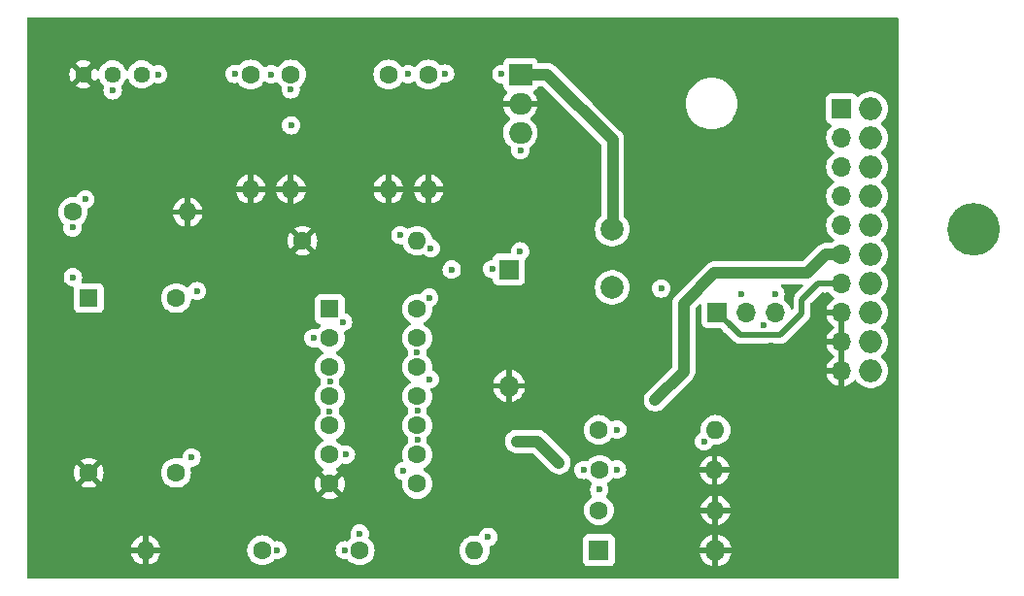
<source format=gbr>
%TF.GenerationSoftware,KiCad,Pcbnew,8.0.4*%
%TF.CreationDate,2024-08-20T14:49:07-07:00*%
%TF.ProjectId,oscillator,6f736369-6c6c-4617-946f-722e6b696361,rev?*%
%TF.SameCoordinates,Original*%
%TF.FileFunction,Copper,L2,Bot*%
%TF.FilePolarity,Positive*%
%FSLAX46Y46*%
G04 Gerber Fmt 4.6, Leading zero omitted, Abs format (unit mm)*
G04 Created by KiCad (PCBNEW 8.0.4) date 2024-08-20 14:49:07*
%MOMM*%
%LPD*%
G01*
G04 APERTURE LIST*
%TA.AperFunction,Conductor*%
%ADD10C,2.300000*%
%TD*%
%TA.AperFunction,ComponentPad*%
%ADD11C,1.600000*%
%TD*%
%TA.AperFunction,ComponentPad*%
%ADD12O,1.600000X1.600000*%
%TD*%
%TA.AperFunction,ComponentPad*%
%ADD13R,1.600000X1.600000*%
%TD*%
%TA.AperFunction,ComponentPad*%
%ADD14R,1.800000X1.800000*%
%TD*%
%TA.AperFunction,ComponentPad*%
%ADD15O,1.800000X1.800000*%
%TD*%
%TA.AperFunction,ComponentPad*%
%ADD16C,2.000000*%
%TD*%
%TA.AperFunction,ComponentPad*%
%ADD17R,2.000000X1.905000*%
%TD*%
%TA.AperFunction,ComponentPad*%
%ADD18O,2.000000X1.905000*%
%TD*%
%TA.AperFunction,ComponentPad*%
%ADD19R,1.700000X1.700000*%
%TD*%
%TA.AperFunction,ComponentPad*%
%ADD20O,1.700000X1.700000*%
%TD*%
%TA.AperFunction,ComponentPad*%
%ADD21O,2.000000X2.000000*%
%TD*%
%TA.AperFunction,ComponentPad*%
%ADD22C,1.440000*%
%TD*%
%TA.AperFunction,ViaPad*%
%ADD23C,0.600000*%
%TD*%
%TA.AperFunction,Conductor*%
%ADD24C,1.000000*%
%TD*%
%TA.AperFunction,Conductor*%
%ADD25C,0.500000*%
%TD*%
G04 APERTURE END LIST*
%TO.N,GND*%
D10*
X184150000Y-84000000D02*
G75*
G02*
X181850000Y-84000000I-1150000J0D01*
G01*
X181850000Y-84000000D02*
G75*
G02*
X184150000Y-84000000I1150000J0D01*
G01*
%TD*%
D11*
%TO.P,C7,1*%
%TO.N,Net-(D2-K)*%
X150420000Y-105000000D03*
D12*
%TO.P,C7,2*%
%TO.N,GND*%
X160420000Y-105000000D03*
%TD*%
D11*
%TO.P,C2,1*%
%TO.N,Net-(U1-VI)*%
X132000000Y-70500000D03*
D12*
%TO.P,C2,2*%
%TO.N,GND*%
X132000000Y-80500000D03*
%TD*%
D11*
%TO.P,C8,1*%
%TO.N,Net-(C8-Pad1)*%
X129500000Y-112000000D03*
D12*
%TO.P,C8,2*%
%TO.N,Net-(J1-Pin_6)*%
X139500000Y-112000000D03*
%TD*%
D11*
%TO.P,C1,1*%
%TO.N,Net-(U1-VI)*%
X135500000Y-70500000D03*
D12*
%TO.P,C1,2*%
%TO.N,GND*%
X135500000Y-80500000D03*
%TD*%
D13*
%TO.P,U2,1*%
%TO.N,Net-(U2-Pad1)*%
X126880000Y-90960000D03*
D11*
%TO.P,U2,2*%
%TO.N,Net-(Y1-OUT)*%
X126880000Y-93500000D03*
%TO.P,U2,3*%
%TO.N,Net-(U2-Pad3)*%
X126880000Y-96040000D03*
%TO.P,U2,4*%
X126880000Y-98580000D03*
%TO.P,U2,5*%
X126880000Y-101120000D03*
%TO.P,U2,6*%
%TO.N,Net-(C8-Pad1)*%
X126880000Y-103660000D03*
%TO.P,U2,7,GND*%
%TO.N,GND*%
X126880000Y-106200000D03*
%TO.P,U2,8*%
%TO.N,Net-(U2-Pad1)*%
X134500000Y-106200000D03*
%TO.P,U2,9*%
%TO.N,Net-(U2-Pad10)*%
X134500000Y-103660000D03*
%TO.P,U2,10*%
X134500000Y-101120000D03*
%TO.P,U2,11*%
X134500000Y-98580000D03*
%TO.P,U2,12*%
%TO.N,Net-(D2-K)*%
X134500000Y-96040000D03*
%TO.P,U2,13*%
X134500000Y-93500000D03*
%TO.P,U2,14,VCC*%
%TO.N,Net-(D1-K)*%
X134500000Y-90960000D03*
%TD*%
D14*
%TO.P,D1,1,K*%
%TO.N,Net-(D1-K)*%
X142500000Y-87500000D03*
D15*
%TO.P,D1,2,A*%
%TO.N,GND*%
X142500000Y-97660000D03*
%TD*%
D11*
%TO.P,C6,1*%
%TO.N,Net-(Y1-Vcontrol)*%
X104500000Y-82500000D03*
D12*
%TO.P,C6,2*%
%TO.N,GND*%
X114500000Y-82500000D03*
%TD*%
D13*
%TO.P,Y1,1,Vcontrol*%
%TO.N,Net-(Y1-Vcontrol)*%
X105880000Y-90000000D03*
D11*
%TO.P,Y1,7,GND*%
%TO.N,GND*%
X105880000Y-105240000D03*
%TO.P,Y1,8,OUT*%
%TO.N,Net-(Y1-OUT)*%
X113500000Y-105240000D03*
%TO.P,Y1,14,Vcc*%
%TO.N,Net-(D1-K)*%
X113500000Y-90000000D03*
%TD*%
D16*
%TO.P,F1,1*%
%TO.N,Net-(U1-VI)*%
X151500000Y-84000000D03*
%TO.P,F1,2*%
%TO.N,Net-(P2-C)*%
X151500000Y-89080000D03*
%TD*%
D17*
%TO.P,U1,1,VI*%
%TO.N,Net-(U1-VI)*%
X143500000Y-70500000D03*
D18*
%TO.P,U1,2,GND*%
%TO.N,GND*%
X143500000Y-73040000D03*
%TO.P,U1,3,VO*%
%TO.N,Net-(D1-K)*%
X143500000Y-75580000D03*
%TD*%
D11*
%TO.P,C3,1*%
%TO.N,Net-(D1-K)*%
X120000000Y-70500000D03*
D12*
%TO.P,C3,2*%
%TO.N,GND*%
X120000000Y-80500000D03*
%TD*%
D11*
%TO.P,C4,1*%
%TO.N,Net-(D1-K)*%
X123500000Y-70500000D03*
D12*
%TO.P,C4,2*%
%TO.N,GND*%
X123500000Y-80500000D03*
%TD*%
D11*
%TO.P,R1,1*%
%TO.N,Net-(J1-Pin_4)*%
X150340000Y-101500000D03*
D12*
%TO.P,R1,2*%
%TO.N,Net-(D2-K)*%
X160500000Y-101500000D03*
%TD*%
D11*
%TO.P,R4,1*%
%TO.N,Net-(D2-K)*%
X150340000Y-108500000D03*
D12*
%TO.P,R4,2*%
%TO.N,GND*%
X160500000Y-108500000D03*
%TD*%
D14*
%TO.P,D2,1,K*%
%TO.N,Net-(D2-K)*%
X150340000Y-112000000D03*
D15*
%TO.P,D2,2,A*%
%TO.N,GND*%
X160500000Y-112000000D03*
%TD*%
D19*
%TO.P,P2,1,A*%
%TO.N,Net-(J1-Pin_7)*%
X160645504Y-91248248D03*
D20*
%TO.P,P2,2,C*%
%TO.N,Net-(P2-C)*%
X163185504Y-91248248D03*
%TO.P,P2,3,B*%
%TO.N,Net-(J1-Pin_4)*%
X165725504Y-91248248D03*
%TD*%
D19*
%TO.P,J1,1,Pin_1*%
%TO.N,unconnected-(J1-Pin_1-Pad1)*%
X171500000Y-73500000D03*
D20*
%TO.P,J1,2,Pin_2*%
%TO.N,unconnected-(J1-Pin_2-Pad2)*%
X171500000Y-76040000D03*
%TO.P,J1,3,Pin_3*%
%TO.N,unconnected-(J1-Pin_3-Pad3)*%
X171500000Y-78580000D03*
%TO.P,J1,4,Pin_4*%
%TO.N,Net-(J1-Pin_4)*%
X171500000Y-81120000D03*
%TO.P,J1,5,Pin_5*%
%TO.N,unconnected-(J1-Pin_5-Pad5)*%
X171500000Y-83660000D03*
%TO.P,J1,6,Pin_6*%
%TO.N,Net-(J1-Pin_6)*%
X171500000Y-86200000D03*
%TO.P,J1,7,Pin_7*%
%TO.N,Net-(J1-Pin_7)*%
X171500000Y-88740000D03*
%TO.P,J1,8,Pin_8*%
%TO.N,GND*%
X171500000Y-91280000D03*
%TO.P,J1,9,Pin_9*%
X171500000Y-93820000D03*
%TO.P,J1,10,Pin_10*%
X171500000Y-96360000D03*
D21*
%TO.P,J1,11,Pin_11*%
%TO.N,unconnected-(J1-Pin_11-Pad11)*%
X174040000Y-73500000D03*
%TO.P,J1,12,Pin_12*%
%TO.N,unconnected-(J1-Pin_12-Pad12)*%
X174040000Y-76040000D03*
%TO.P,J1,13,Pin_13*%
%TO.N,unconnected-(J1-Pin_13-Pad13)*%
X174040000Y-78580000D03*
%TO.P,J1,14,Pin_14*%
%TO.N,unconnected-(J1-Pin_14-Pad14)*%
X174040000Y-81120000D03*
%TO.P,J1,15,Pin_15*%
%TO.N,unconnected-(J1-Pin_15-Pad15)*%
X174040000Y-83660000D03*
%TO.P,J1,16,Pin_16*%
%TO.N,unconnected-(J1-Pin_16-Pad16)*%
X174040000Y-86200000D03*
%TO.P,J1,17,Pin_17*%
%TO.N,unconnected-(J1-Pin_17-Pad17)*%
X174040000Y-88740000D03*
%TO.P,J1,18,Pin_18*%
%TO.N,unconnected-(J1-Pin_18-Pad18)*%
X174040000Y-91280000D03*
%TO.P,J1,19,Pin_19*%
%TO.N,unconnected-(J1-Pin_19-Pad19)*%
X174040000Y-93820000D03*
%TO.P,J1,20,Pin_20*%
%TO.N,unconnected-(J1-Pin_20-Pad20)*%
X174040000Y-96360000D03*
%TD*%
D22*
%TO.P,R2,1,1*%
%TO.N,Net-(D1-K)*%
X110500000Y-70500000D03*
%TO.P,R2,2,2*%
%TO.N,Net-(Y1-Vcontrol)*%
X107960000Y-70500000D03*
%TO.P,R2,3,3*%
%TO.N,GND*%
X105420000Y-70500000D03*
%TD*%
D11*
%TO.P,R5,1*%
%TO.N,Net-(C8-Pad1)*%
X121000000Y-112000000D03*
D12*
%TO.P,R5,2*%
%TO.N,GND*%
X110840000Y-112000000D03*
%TD*%
D11*
%TO.P,C5,1*%
%TO.N,GND*%
X124500000Y-85000000D03*
D12*
%TO.P,C5,2*%
%TO.N,Net-(D1-K)*%
X134500000Y-85000000D03*
%TD*%
D23*
%TO.N,GND*%
X137680220Y-92124959D03*
X146298969Y-98378808D03*
X133843826Y-79039175D03*
X164955408Y-99640088D03*
X152395158Y-66636585D03*
X106989065Y-101426902D03*
X102732243Y-75938528D03*
X121966769Y-78881515D03*
X102259263Y-67109565D03*
X156942360Y-69856231D03*
X131636585Y-91809639D03*
X174625224Y-67372332D03*
X146929610Y-111149272D03*
X161312670Y-76870310D03*
X121336129Y-93018366D03*
X120337615Y-84820044D03*
X111403546Y-85871111D03*
X157072406Y-86238984D03*
X115870581Y-67792759D03*
X146351523Y-87237498D03*
X122649963Y-105578617D03*
X101996496Y-104632656D03*
X153974865Y-75953084D03*
X167500000Y-70000000D03*
X128693598Y-100060515D03*
X155390699Y-94227093D03*
X112191846Y-95330714D03*
X165796262Y-81982163D03*
X164692642Y-110781398D03*
X131741692Y-108416497D03*
X167228297Y-89262955D03*
X138521074Y-73100647D03*
X165350355Y-94135789D03*
X111666313Y-77094702D03*
X107199278Y-111674805D03*
X128798704Y-67372332D03*
X171524577Y-104580103D03*
X132539724Y-100553579D03*
X151061325Y-70179958D03*
X148363602Y-76951242D03*
X138994054Y-84031744D03*
X136837420Y-101285433D03*
X139940014Y-107312877D03*
%TO.N,Net-(U1-VI)*%
X141842817Y-70467140D03*
X151541564Y-81844410D03*
X136937838Y-70420426D03*
X145112803Y-70490497D03*
X133714566Y-70467140D03*
%TO.N,Net-(D1-K)*%
X123526913Y-74929132D03*
X123480199Y-71799288D03*
X135695933Y-85650015D03*
X121798492Y-70491294D03*
X137517782Y-87518579D03*
X118598577Y-70444580D03*
X115311427Y-89392716D03*
X141044696Y-87471865D03*
X143505149Y-77095144D03*
X111941819Y-70491294D03*
X133033230Y-84505520D03*
X143473829Y-85930300D03*
X135555791Y-89971068D03*
%TO.N,Net-(D2-K)*%
X149013813Y-104989619D03*
X146863122Y-104363122D03*
X150373712Y-106712849D03*
X159501716Y-102510380D03*
X143156386Y-102500000D03*
X135605690Y-97067098D03*
X134501716Y-94771620D03*
X151920468Y-104948095D03*
%TO.N,Net-(C8-Pad1)*%
X129500055Y-110541468D03*
X122302625Y-112001716D03*
X128294139Y-103660862D03*
X128192060Y-112001716D03*
%TO.N,Net-(J1-Pin_6)*%
X140693721Y-110828673D03*
X155247637Y-98888947D03*
X170020761Y-86275052D03*
%TO.N,Net-(Y1-OUT)*%
X125477521Y-93496567D03*
X114844286Y-103910004D03*
%TO.N,Net-(Y1-Vcontrol)*%
X107971122Y-71892716D03*
X104504901Y-88178150D03*
X104467565Y-83851523D03*
X105588703Y-81399033D03*
%TO.N,Net-(U2-Pad1)*%
X128044997Y-92102133D03*
X133294139Y-105077856D03*
%TO.N,Net-(U2-Pad3)*%
X126913684Y-97305180D03*
X126877145Y-99877021D03*
%TO.N,Net-(U2-Pad10)*%
X134522478Y-102375429D03*
X134532859Y-99795979D03*
%TO.N,Net-(J1-Pin_4)*%
X151939430Y-101471493D03*
X164674593Y-92327122D03*
X165723065Y-89638467D03*
%TO.N,Net-(J1-Pin_7)*%
X161788701Y-92379026D03*
X170041523Y-88724947D03*
%TO.N,Net-(P2-C)*%
X162712602Y-89690371D03*
X155769189Y-89155164D03*
%TD*%
D24*
%TO.N,Net-(U1-VI)*%
X151541564Y-81844410D02*
X151540768Y-81843614D01*
X145122306Y-70500000D02*
X145112803Y-70490497D01*
X151500000Y-84000000D02*
X151540768Y-83959232D01*
X145103300Y-70500000D02*
X143500000Y-70500000D01*
X145849559Y-70500000D02*
X145122306Y-70500000D01*
X151540768Y-83959232D02*
X151540768Y-81845206D01*
X151540768Y-76191209D02*
X145849559Y-70500000D01*
X151540768Y-81845206D02*
X151541564Y-81844410D01*
X151540768Y-81843614D02*
X151540768Y-76191209D01*
X145112803Y-70490497D02*
X145103300Y-70500000D01*
%TO.N,Net-(D2-K)*%
X146863122Y-104363122D02*
X145000000Y-102500000D01*
X145000000Y-102500000D02*
X143156386Y-102500000D01*
%TO.N,Net-(J1-Pin_6)*%
X168512138Y-87804437D02*
X170020761Y-86295814D01*
X157737551Y-96399033D02*
X157737551Y-90487313D01*
X170020761Y-86295814D02*
X170020761Y-86275052D01*
X170020761Y-86275052D02*
X170041523Y-86275052D01*
X155247637Y-98888947D02*
X157737551Y-96399033D01*
X170041523Y-86275052D02*
X170116575Y-86200000D01*
X157737551Y-90487313D02*
X160420427Y-87804437D01*
X170116575Y-86200000D02*
X171500000Y-86200000D01*
X160420427Y-87804437D02*
X168512138Y-87804437D01*
D25*
%TO.N,Net-(J1-Pin_7)*%
X161788701Y-92379026D02*
X161776282Y-92379026D01*
X161776282Y-92379026D02*
X160645504Y-91248248D01*
X168030192Y-90163529D02*
X168030192Y-91367714D01*
X169453721Y-88740000D02*
X168030192Y-90163529D01*
X168030192Y-91367714D02*
X166143492Y-93254414D01*
X170056576Y-88740000D02*
X170041523Y-88724947D01*
X171500000Y-88740000D02*
X170056576Y-88740000D01*
X161788701Y-92391445D02*
X161788701Y-92379026D01*
X166143492Y-93254414D02*
X162651670Y-93254414D01*
X162651670Y-93254414D02*
X161788701Y-92391445D01*
X170026470Y-88740000D02*
X169453721Y-88740000D01*
X170041523Y-88724947D02*
X170026470Y-88740000D01*
%TD*%
%TA.AperFunction,Conductor*%
%TO.N,GND*%
G36*
X171750000Y-95926988D02*
G01*
X171692993Y-95894075D01*
X171565826Y-95860000D01*
X171434174Y-95860000D01*
X171307007Y-95894075D01*
X171250000Y-95926988D01*
X171250000Y-94253012D01*
X171307007Y-94285925D01*
X171434174Y-94320000D01*
X171565826Y-94320000D01*
X171692993Y-94285925D01*
X171750000Y-94253012D01*
X171750000Y-95926988D01*
G37*
%TD.AperFunction*%
%TA.AperFunction,Conductor*%
G36*
X171750000Y-93386988D02*
G01*
X171692993Y-93354075D01*
X171565826Y-93320000D01*
X171434174Y-93320000D01*
X171307007Y-93354075D01*
X171250000Y-93386988D01*
X171250000Y-91713012D01*
X171307007Y-91745925D01*
X171434174Y-91780000D01*
X171565826Y-91780000D01*
X171692993Y-91745925D01*
X171750000Y-91713012D01*
X171750000Y-93386988D01*
G37*
%TD.AperFunction*%
%TA.AperFunction,Conductor*%
G36*
X168095093Y-88824622D02*
G01*
X168140848Y-88877426D01*
X168150792Y-88946584D01*
X168121767Y-89010140D01*
X168115735Y-89016618D01*
X167447244Y-89685107D01*
X167447241Y-89685110D01*
X167409070Y-89742237D01*
X167409071Y-89742238D01*
X167365106Y-89808037D01*
X167308535Y-89944611D01*
X167308532Y-89944621D01*
X167279692Y-90089608D01*
X167279692Y-90888750D01*
X167260007Y-90955789D01*
X167207203Y-91001544D01*
X167138045Y-91011488D01*
X167074489Y-90982463D01*
X167036715Y-90923685D01*
X167035917Y-90920843D01*
X166999409Y-90784592D01*
X166999408Y-90784591D01*
X166999407Y-90784585D01*
X166899539Y-90570419D01*
X166899128Y-90569831D01*
X166763998Y-90376845D01*
X166596906Y-90209754D01*
X166596900Y-90209749D01*
X166492602Y-90136719D01*
X166448977Y-90082142D01*
X166441783Y-90012644D01*
X166446684Y-89994189D01*
X166448919Y-89987804D01*
X166479986Y-89899016D01*
X166508431Y-89817729D01*
X166508434Y-89817716D01*
X166528630Y-89638470D01*
X166528630Y-89638463D01*
X166508434Y-89459217D01*
X166508433Y-89459212D01*
X166464766Y-89334419D01*
X166448854Y-89288945D01*
X166352881Y-89136205D01*
X166233294Y-89016618D01*
X166199809Y-88955295D01*
X166204793Y-88885603D01*
X166246665Y-88829670D01*
X166312129Y-88805253D01*
X166320975Y-88804937D01*
X168028054Y-88804937D01*
X168095093Y-88824622D01*
G37*
%TD.AperFunction*%
%TA.AperFunction,Conductor*%
G36*
X176417539Y-65520185D02*
G01*
X176463294Y-65572989D01*
X176474500Y-65624500D01*
X176474500Y-114375500D01*
X176454815Y-114442539D01*
X176402011Y-114488294D01*
X176350500Y-114499500D01*
X100649500Y-114499500D01*
X100582461Y-114479815D01*
X100536706Y-114427011D01*
X100525500Y-114375500D01*
X100525500Y-111749999D01*
X109561127Y-111749999D01*
X109561128Y-111750000D01*
X110524314Y-111750000D01*
X110519920Y-111754394D01*
X110467259Y-111845606D01*
X110440000Y-111947339D01*
X110440000Y-112052661D01*
X110467259Y-112154394D01*
X110519920Y-112245606D01*
X110524314Y-112250000D01*
X109561128Y-112250000D01*
X109613730Y-112446317D01*
X109613734Y-112446326D01*
X109709865Y-112652482D01*
X109840342Y-112838820D01*
X110001179Y-112999657D01*
X110187517Y-113130134D01*
X110393673Y-113226265D01*
X110393682Y-113226269D01*
X110589999Y-113278872D01*
X110590000Y-113278871D01*
X110590000Y-112315686D01*
X110594394Y-112320080D01*
X110685606Y-112372741D01*
X110787339Y-112400000D01*
X110892661Y-112400000D01*
X110994394Y-112372741D01*
X111085606Y-112320080D01*
X111090000Y-112315686D01*
X111090000Y-113278872D01*
X111286317Y-113226269D01*
X111286326Y-113226265D01*
X111492482Y-113130134D01*
X111678820Y-112999657D01*
X111839657Y-112838820D01*
X111970134Y-112652482D01*
X112066265Y-112446326D01*
X112066269Y-112446317D01*
X112118872Y-112250000D01*
X111155686Y-112250000D01*
X111160080Y-112245606D01*
X111212741Y-112154394D01*
X111240000Y-112052661D01*
X111240000Y-111999998D01*
X119694532Y-111999998D01*
X119694532Y-112000001D01*
X119714364Y-112226686D01*
X119714366Y-112226697D01*
X119773258Y-112446488D01*
X119773261Y-112446497D01*
X119869431Y-112652732D01*
X119869432Y-112652734D01*
X119999954Y-112839141D01*
X120160858Y-113000045D01*
X120160861Y-113000047D01*
X120347266Y-113130568D01*
X120553504Y-113226739D01*
X120773308Y-113285635D01*
X120935230Y-113299801D01*
X120999998Y-113305468D01*
X121000000Y-113305468D01*
X121000002Y-113305468D01*
X121056673Y-113300509D01*
X121226692Y-113285635D01*
X121446496Y-113226739D01*
X121652734Y-113130568D01*
X121839139Y-113000047D01*
X122000047Y-112839139D01*
X122000615Y-112838326D01*
X122000961Y-112838050D01*
X122003526Y-112834994D01*
X122004139Y-112835509D01*
X122055185Y-112794698D01*
X122116215Y-112788373D01*
X122116449Y-112786305D01*
X122302621Y-112807281D01*
X122302625Y-112807281D01*
X122302629Y-112807281D01*
X122481874Y-112787085D01*
X122481877Y-112787084D01*
X122481880Y-112787084D01*
X122652147Y-112727505D01*
X122804887Y-112631532D01*
X122932441Y-112503978D01*
X123028414Y-112351238D01*
X123087993Y-112180971D01*
X123088813Y-112173694D01*
X123108190Y-112001719D01*
X123108190Y-112001712D01*
X127386495Y-112001712D01*
X127386495Y-112001719D01*
X127406690Y-112180965D01*
X127406691Y-112180970D01*
X127466271Y-112351239D01*
X127526126Y-112446497D01*
X127562244Y-112503978D01*
X127689798Y-112631532D01*
X127842538Y-112727505D01*
X128010579Y-112786305D01*
X128012805Y-112787084D01*
X128012810Y-112787085D01*
X128192056Y-112807281D01*
X128192060Y-112807281D01*
X128192064Y-112807281D01*
X128378236Y-112786305D01*
X128378433Y-112788056D01*
X128439195Y-112791768D01*
X128495560Y-112833057D01*
X128498643Y-112837269D01*
X128499386Y-112838329D01*
X128499955Y-112839142D01*
X128660858Y-113000045D01*
X128660861Y-113000047D01*
X128847266Y-113130568D01*
X129053504Y-113226739D01*
X129273308Y-113285635D01*
X129435230Y-113299801D01*
X129499998Y-113305468D01*
X129500000Y-113305468D01*
X129500002Y-113305468D01*
X129556673Y-113300509D01*
X129726692Y-113285635D01*
X129946496Y-113226739D01*
X130152734Y-113130568D01*
X130339139Y-113000047D01*
X130500047Y-112839139D01*
X130630568Y-112652734D01*
X130726739Y-112446496D01*
X130785635Y-112226692D01*
X130805468Y-112000000D01*
X130805468Y-111999998D01*
X138194532Y-111999998D01*
X138194532Y-112000001D01*
X138214364Y-112226686D01*
X138214366Y-112226697D01*
X138273258Y-112446488D01*
X138273261Y-112446497D01*
X138369431Y-112652732D01*
X138369432Y-112652734D01*
X138499954Y-112839141D01*
X138660858Y-113000045D01*
X138660861Y-113000047D01*
X138847266Y-113130568D01*
X139053504Y-113226739D01*
X139273308Y-113285635D01*
X139435230Y-113299801D01*
X139499998Y-113305468D01*
X139500000Y-113305468D01*
X139500002Y-113305468D01*
X139556673Y-113300509D01*
X139726692Y-113285635D01*
X139946496Y-113226739D01*
X140152734Y-113130568D01*
X140339139Y-113000047D01*
X140500047Y-112839139D01*
X140630568Y-112652734D01*
X140726739Y-112446496D01*
X140785635Y-112226692D01*
X140805468Y-112000000D01*
X140785635Y-111773308D01*
X140783770Y-111766348D01*
X140785431Y-111696501D01*
X140824591Y-111638637D01*
X140866916Y-111617809D01*
X140866403Y-111616341D01*
X140968353Y-111580667D01*
X141043243Y-111554462D01*
X141195983Y-111458489D01*
X141323537Y-111330935D01*
X141419510Y-111178195D01*
X141463620Y-111052135D01*
X148939500Y-111052135D01*
X148939500Y-112947870D01*
X148939501Y-112947876D01*
X148945908Y-113007483D01*
X148996202Y-113142328D01*
X148996206Y-113142335D01*
X149082452Y-113257544D01*
X149082455Y-113257547D01*
X149197664Y-113343793D01*
X149197671Y-113343797D01*
X149332517Y-113394091D01*
X149332516Y-113394091D01*
X149339444Y-113394835D01*
X149392127Y-113400500D01*
X151287872Y-113400499D01*
X151347483Y-113394091D01*
X151482331Y-113343796D01*
X151597546Y-113257546D01*
X151683796Y-113142331D01*
X151734091Y-113007483D01*
X151740500Y-112947873D01*
X151740499Y-111750000D01*
X159119117Y-111750000D01*
X160124722Y-111750000D01*
X160080667Y-111826306D01*
X160050000Y-111940756D01*
X160050000Y-112059244D01*
X160080667Y-112173694D01*
X160124722Y-112250000D01*
X159119117Y-112250000D01*
X159171317Y-112456135D01*
X159264516Y-112668609D01*
X159391414Y-112862842D01*
X159548558Y-113033545D01*
X159548562Y-113033548D01*
X159731644Y-113176047D01*
X159731648Y-113176050D01*
X159935697Y-113286476D01*
X159935706Y-113286479D01*
X160155139Y-113361811D01*
X160249999Y-113377640D01*
X160250000Y-113377639D01*
X160250000Y-112375277D01*
X160326306Y-112419333D01*
X160440756Y-112450000D01*
X160559244Y-112450000D01*
X160673694Y-112419333D01*
X160750000Y-112375277D01*
X160750000Y-113377640D01*
X160844860Y-113361811D01*
X161064293Y-113286479D01*
X161064302Y-113286476D01*
X161268351Y-113176050D01*
X161268355Y-113176047D01*
X161451437Y-113033548D01*
X161451441Y-113033545D01*
X161608585Y-112862842D01*
X161735483Y-112668609D01*
X161828682Y-112456135D01*
X161880883Y-112250000D01*
X160875278Y-112250000D01*
X160919333Y-112173694D01*
X160950000Y-112059244D01*
X160950000Y-111940756D01*
X160919333Y-111826306D01*
X160875278Y-111750000D01*
X161880883Y-111750000D01*
X161828682Y-111543864D01*
X161735483Y-111331390D01*
X161608585Y-111137157D01*
X161451441Y-110966454D01*
X161451437Y-110966451D01*
X161268355Y-110823952D01*
X161268351Y-110823949D01*
X161064302Y-110713523D01*
X161064293Y-110713520D01*
X160844861Y-110638188D01*
X160750000Y-110622359D01*
X160750000Y-111624722D01*
X160673694Y-111580667D01*
X160559244Y-111550000D01*
X160440756Y-111550000D01*
X160326306Y-111580667D01*
X160250000Y-111624722D01*
X160250000Y-110622359D01*
X160249999Y-110622359D01*
X160155138Y-110638188D01*
X159935706Y-110713520D01*
X159935697Y-110713523D01*
X159731648Y-110823949D01*
X159731644Y-110823952D01*
X159548562Y-110966451D01*
X159548558Y-110966454D01*
X159391414Y-111137157D01*
X159264516Y-111331390D01*
X159171317Y-111543864D01*
X159119117Y-111750000D01*
X151740499Y-111750000D01*
X151740499Y-111052128D01*
X151734091Y-110992517D01*
X151704839Y-110914089D01*
X151683797Y-110857671D01*
X151683793Y-110857664D01*
X151597547Y-110742455D01*
X151597544Y-110742452D01*
X151482335Y-110656206D01*
X151482328Y-110656202D01*
X151347482Y-110605908D01*
X151347483Y-110605908D01*
X151287883Y-110599501D01*
X151287881Y-110599500D01*
X151287873Y-110599500D01*
X151287864Y-110599500D01*
X149392129Y-110599500D01*
X149392123Y-110599501D01*
X149332516Y-110605908D01*
X149197671Y-110656202D01*
X149197664Y-110656206D01*
X149082455Y-110742452D01*
X149082452Y-110742455D01*
X148996206Y-110857664D01*
X148996202Y-110857671D01*
X148945908Y-110992517D01*
X148939501Y-111052116D01*
X148939501Y-111052123D01*
X148939500Y-111052135D01*
X141463620Y-111052135D01*
X141479089Y-111007928D01*
X141479944Y-111000342D01*
X141499286Y-110828676D01*
X141499286Y-110828669D01*
X141479090Y-110649423D01*
X141479089Y-110649418D01*
X141469621Y-110622359D01*
X141419510Y-110479151D01*
X141323537Y-110326411D01*
X141195983Y-110198857D01*
X141184981Y-110191944D01*
X141043244Y-110102884D01*
X140872975Y-110043304D01*
X140872970Y-110043303D01*
X140693725Y-110023108D01*
X140693717Y-110023108D01*
X140514471Y-110043303D01*
X140514466Y-110043304D01*
X140344197Y-110102884D01*
X140191458Y-110198857D01*
X140063905Y-110326410D01*
X139967930Y-110479153D01*
X139910002Y-110644702D01*
X139869281Y-110701478D01*
X139804328Y-110727225D01*
X139760869Y-110723522D01*
X139726697Y-110714366D01*
X139726693Y-110714365D01*
X139726692Y-110714365D01*
X139579393Y-110701478D01*
X139500001Y-110694532D01*
X139499998Y-110694532D01*
X139273313Y-110714364D01*
X139273302Y-110714366D01*
X139053511Y-110773258D01*
X139053502Y-110773261D01*
X138847267Y-110869431D01*
X138847265Y-110869432D01*
X138660858Y-110999954D01*
X138499954Y-111160858D01*
X138369432Y-111347265D01*
X138369431Y-111347267D01*
X138273261Y-111553502D01*
X138273258Y-111553511D01*
X138214366Y-111773302D01*
X138214364Y-111773313D01*
X138194532Y-111999998D01*
X130805468Y-111999998D01*
X130785635Y-111773308D01*
X130726739Y-111553504D01*
X130630568Y-111347266D01*
X130500047Y-111160861D01*
X130500045Y-111160858D01*
X130339141Y-110999954D01*
X130294455Y-110968665D01*
X130250830Y-110914089D01*
X130243636Y-110844590D01*
X130248533Y-110826146D01*
X130285423Y-110720723D01*
X130285424Y-110720717D01*
X130305620Y-110541471D01*
X130305620Y-110541464D01*
X130285424Y-110362218D01*
X130285423Y-110362213D01*
X130225843Y-110191944D01*
X130186637Y-110129548D01*
X130129871Y-110039206D01*
X130002317Y-109911652D01*
X129849578Y-109815679D01*
X129679309Y-109756099D01*
X129679304Y-109756098D01*
X129500059Y-109735903D01*
X129500051Y-109735903D01*
X129320805Y-109756098D01*
X129320800Y-109756099D01*
X129150531Y-109815679D01*
X128997792Y-109911652D01*
X128870239Y-110039205D01*
X128774266Y-110191944D01*
X128714686Y-110362213D01*
X128714685Y-110362218D01*
X128694490Y-110541464D01*
X128694490Y-110541471D01*
X128714685Y-110720717D01*
X128714688Y-110720730D01*
X128751550Y-110826073D01*
X128755112Y-110895852D01*
X128720384Y-110956479D01*
X128705635Y-110968601D01*
X128660859Y-110999954D01*
X128499956Y-111160857D01*
X128499944Y-111160871D01*
X128496569Y-111165692D01*
X128441990Y-111209315D01*
X128378373Y-111215895D01*
X128378235Y-111217127D01*
X128372603Y-111216492D01*
X128372492Y-111216504D01*
X128372234Y-111216450D01*
X128192064Y-111196151D01*
X128192056Y-111196151D01*
X128012810Y-111216346D01*
X128012805Y-111216347D01*
X127842536Y-111275927D01*
X127689797Y-111371900D01*
X127562244Y-111499453D01*
X127466271Y-111652192D01*
X127406691Y-111822461D01*
X127406690Y-111822466D01*
X127386495Y-112001712D01*
X123108190Y-112001712D01*
X123087994Y-111822466D01*
X123087993Y-111822461D01*
X123070794Y-111773308D01*
X123028414Y-111652194D01*
X123020695Y-111639910D01*
X122966403Y-111553504D01*
X122932441Y-111499454D01*
X122804887Y-111371900D01*
X122765684Y-111347267D01*
X122652148Y-111275927D01*
X122481879Y-111216347D01*
X122481874Y-111216346D01*
X122302629Y-111196151D01*
X122302621Y-111196151D01*
X122118280Y-111216920D01*
X122049458Y-111204865D01*
X122002824Y-111164826D01*
X122000046Y-111160859D01*
X121839141Y-110999954D01*
X121652734Y-110869432D01*
X121652732Y-110869431D01*
X121446497Y-110773261D01*
X121446488Y-110773258D01*
X121226697Y-110714366D01*
X121226693Y-110714365D01*
X121226692Y-110714365D01*
X121226691Y-110714364D01*
X121226686Y-110714364D01*
X121000002Y-110694532D01*
X120999998Y-110694532D01*
X120773313Y-110714364D01*
X120773302Y-110714366D01*
X120553511Y-110773258D01*
X120553502Y-110773261D01*
X120347267Y-110869431D01*
X120347265Y-110869432D01*
X120160858Y-110999954D01*
X119999954Y-111160858D01*
X119869432Y-111347265D01*
X119869431Y-111347267D01*
X119773261Y-111553502D01*
X119773258Y-111553511D01*
X119714366Y-111773302D01*
X119714364Y-111773313D01*
X119694532Y-111999998D01*
X111240000Y-111999998D01*
X111240000Y-111947339D01*
X111212741Y-111845606D01*
X111160080Y-111754394D01*
X111155686Y-111750000D01*
X112118872Y-111750000D01*
X112118872Y-111749999D01*
X112066269Y-111553682D01*
X112066265Y-111553673D01*
X111970134Y-111347517D01*
X111839657Y-111161179D01*
X111678820Y-111000342D01*
X111492482Y-110869865D01*
X111286328Y-110773734D01*
X111090000Y-110721127D01*
X111090000Y-111684314D01*
X111085606Y-111679920D01*
X110994394Y-111627259D01*
X110892661Y-111600000D01*
X110787339Y-111600000D01*
X110685606Y-111627259D01*
X110594394Y-111679920D01*
X110590000Y-111684314D01*
X110590000Y-110721127D01*
X110393671Y-110773734D01*
X110187517Y-110869865D01*
X110001179Y-111000342D01*
X109840342Y-111161179D01*
X109709865Y-111347517D01*
X109613734Y-111553673D01*
X109613730Y-111553682D01*
X109561127Y-111749999D01*
X100525500Y-111749999D01*
X100525500Y-105239997D01*
X104575034Y-105239997D01*
X104575034Y-105240002D01*
X104594858Y-105466599D01*
X104594860Y-105466610D01*
X104653730Y-105686317D01*
X104653735Y-105686331D01*
X104749863Y-105892478D01*
X104800974Y-105965472D01*
X105480000Y-105286446D01*
X105480000Y-105292661D01*
X105507259Y-105394394D01*
X105559920Y-105485606D01*
X105634394Y-105560080D01*
X105725606Y-105612741D01*
X105827339Y-105640000D01*
X105833553Y-105640000D01*
X105154526Y-106319025D01*
X105227513Y-106370132D01*
X105227521Y-106370136D01*
X105433668Y-106466264D01*
X105433682Y-106466269D01*
X105653389Y-106525139D01*
X105653400Y-106525141D01*
X105879998Y-106544966D01*
X105880002Y-106544966D01*
X106106599Y-106525141D01*
X106106610Y-106525139D01*
X106326317Y-106466269D01*
X106326331Y-106466264D01*
X106532478Y-106370136D01*
X106605471Y-106319024D01*
X105926447Y-105640000D01*
X105932661Y-105640000D01*
X106034394Y-105612741D01*
X106125606Y-105560080D01*
X106200080Y-105485606D01*
X106252741Y-105394394D01*
X106280000Y-105292661D01*
X106280000Y-105286447D01*
X106959024Y-105965471D01*
X107010136Y-105892478D01*
X107106264Y-105686331D01*
X107106269Y-105686317D01*
X107165139Y-105466610D01*
X107165141Y-105466599D01*
X107184966Y-105240002D01*
X107184966Y-105239998D01*
X112194532Y-105239998D01*
X112194532Y-105240001D01*
X112214364Y-105466686D01*
X112214366Y-105466697D01*
X112273258Y-105686488D01*
X112273261Y-105686497D01*
X112369431Y-105892732D01*
X112369432Y-105892734D01*
X112499954Y-106079141D01*
X112660858Y-106240045D01*
X112660861Y-106240047D01*
X112847266Y-106370568D01*
X113053504Y-106466739D01*
X113273308Y-106525635D01*
X113435230Y-106539801D01*
X113499998Y-106545468D01*
X113500000Y-106545468D01*
X113500002Y-106545468D01*
X113556673Y-106540509D01*
X113726692Y-106525635D01*
X113946496Y-106466739D01*
X114152734Y-106370568D01*
X114339139Y-106240047D01*
X114500047Y-106079139D01*
X114630568Y-105892734D01*
X114726739Y-105686496D01*
X114785635Y-105466692D01*
X114805468Y-105240000D01*
X114785635Y-105013308D01*
X114747206Y-104869888D01*
X114748869Y-104800040D01*
X114788031Y-104742177D01*
X114852260Y-104714673D01*
X114853054Y-104714581D01*
X114903305Y-104708919D01*
X115023535Y-104695373D01*
X115023538Y-104695372D01*
X115023541Y-104695372D01*
X115193808Y-104635793D01*
X115346548Y-104539820D01*
X115474102Y-104412266D01*
X115570075Y-104259526D01*
X115629654Y-104089259D01*
X115629655Y-104089253D01*
X115649851Y-103910007D01*
X115649851Y-103910000D01*
X115629655Y-103730754D01*
X115629654Y-103730749D01*
X115616981Y-103694532D01*
X115570075Y-103560482D01*
X115474102Y-103407742D01*
X115346548Y-103280188D01*
X115341691Y-103277136D01*
X115193809Y-103184215D01*
X115023540Y-103124635D01*
X115023535Y-103124634D01*
X114844290Y-103104439D01*
X114844282Y-103104439D01*
X114665036Y-103124634D01*
X114665031Y-103124635D01*
X114494762Y-103184215D01*
X114342023Y-103280188D01*
X114214470Y-103407741D01*
X114118497Y-103560480D01*
X114058917Y-103730749D01*
X114058916Y-103730753D01*
X114040857Y-103891037D01*
X114013790Y-103955451D01*
X113956195Y-103995006D01*
X113886358Y-103997143D01*
X113885544Y-103996928D01*
X113726697Y-103954366D01*
X113726693Y-103954365D01*
X113726692Y-103954365D01*
X113726691Y-103954364D01*
X113726686Y-103954364D01*
X113500002Y-103934532D01*
X113499998Y-103934532D01*
X113273313Y-103954364D01*
X113273302Y-103954366D01*
X113053511Y-104013258D01*
X113053502Y-104013261D01*
X112847267Y-104109431D01*
X112847265Y-104109432D01*
X112660858Y-104239954D01*
X112499954Y-104400858D01*
X112369432Y-104587265D01*
X112369431Y-104587267D01*
X112273261Y-104793502D01*
X112273258Y-104793511D01*
X112214366Y-105013302D01*
X112214364Y-105013313D01*
X112194532Y-105239998D01*
X107184966Y-105239998D01*
X107184966Y-105239997D01*
X107165141Y-105013400D01*
X107165139Y-105013389D01*
X107106269Y-104793682D01*
X107106264Y-104793668D01*
X107010136Y-104587521D01*
X107010132Y-104587513D01*
X106959025Y-104514526D01*
X106280000Y-105193551D01*
X106280000Y-105187339D01*
X106252741Y-105085606D01*
X106200080Y-104994394D01*
X106125606Y-104919920D01*
X106034394Y-104867259D01*
X105932661Y-104840000D01*
X105926448Y-104840000D01*
X106605472Y-104160974D01*
X106532478Y-104109863D01*
X106326331Y-104013735D01*
X106326317Y-104013730D01*
X106106610Y-103954860D01*
X106106599Y-103954858D01*
X105880002Y-103935034D01*
X105879998Y-103935034D01*
X105653400Y-103954858D01*
X105653389Y-103954860D01*
X105433682Y-104013730D01*
X105433673Y-104013734D01*
X105227516Y-104109866D01*
X105227512Y-104109868D01*
X105154526Y-104160973D01*
X105154526Y-104160974D01*
X105833553Y-104840000D01*
X105827339Y-104840000D01*
X105725606Y-104867259D01*
X105634394Y-104919920D01*
X105559920Y-104994394D01*
X105507259Y-105085606D01*
X105480000Y-105187339D01*
X105480000Y-105193552D01*
X104800974Y-104514526D01*
X104800973Y-104514526D01*
X104749868Y-104587512D01*
X104749866Y-104587516D01*
X104653734Y-104793673D01*
X104653730Y-104793682D01*
X104594860Y-105013389D01*
X104594858Y-105013400D01*
X104575034Y-105239997D01*
X100525500Y-105239997D01*
X100525500Y-93496563D01*
X124671956Y-93496563D01*
X124671956Y-93496570D01*
X124692151Y-93675816D01*
X124692152Y-93675821D01*
X124751732Y-93846090D01*
X124833406Y-93976072D01*
X124847705Y-93998829D01*
X124975259Y-94126383D01*
X125127999Y-94222356D01*
X125239835Y-94261489D01*
X125298266Y-94281935D01*
X125298271Y-94281936D01*
X125477517Y-94302132D01*
X125477521Y-94302132D01*
X125477525Y-94302132D01*
X125656770Y-94281936D01*
X125656771Y-94281935D01*
X125656776Y-94281935D01*
X125715207Y-94261488D01*
X125784981Y-94257926D01*
X125845609Y-94292654D01*
X125857734Y-94307407D01*
X125879954Y-94339141D01*
X126040858Y-94500045D01*
X126046741Y-94504164D01*
X126227266Y-94630568D01*
X126285275Y-94657618D01*
X126337714Y-94703791D01*
X126356866Y-94770984D01*
X126336650Y-94837865D01*
X126285275Y-94882382D01*
X126227267Y-94909431D01*
X126227265Y-94909432D01*
X126040858Y-95039954D01*
X125879954Y-95200858D01*
X125749432Y-95387265D01*
X125749431Y-95387267D01*
X125653261Y-95593502D01*
X125653258Y-95593511D01*
X125594366Y-95813302D01*
X125594364Y-95813313D01*
X125574532Y-96039998D01*
X125574532Y-96040001D01*
X125594364Y-96266686D01*
X125594366Y-96266697D01*
X125653258Y-96486488D01*
X125653261Y-96486497D01*
X125749431Y-96692732D01*
X125749432Y-96692734D01*
X125879954Y-96879141D01*
X126040856Y-97040043D01*
X126040859Y-97040045D01*
X126040861Y-97040047D01*
X126065521Y-97057314D01*
X126070544Y-97060831D01*
X126114168Y-97115408D01*
X126122640Y-97176289D01*
X126108119Y-97305175D01*
X126108119Y-97305184D01*
X126123647Y-97443005D01*
X126111592Y-97511827D01*
X126071552Y-97558462D01*
X126040858Y-97579954D01*
X125879954Y-97740858D01*
X125749432Y-97927265D01*
X125749431Y-97927267D01*
X125653261Y-98133502D01*
X125653258Y-98133511D01*
X125594366Y-98353302D01*
X125594364Y-98353313D01*
X125574532Y-98579998D01*
X125574532Y-98580001D01*
X125594364Y-98806686D01*
X125594366Y-98806697D01*
X125653258Y-99026488D01*
X125653261Y-99026497D01*
X125749431Y-99232732D01*
X125749432Y-99232734D01*
X125879954Y-99419141D01*
X126040861Y-99580048D01*
X126045006Y-99583526D01*
X126044112Y-99584590D01*
X126083624Y-99634017D01*
X126092098Y-99694903D01*
X126071580Y-99877016D01*
X126071580Y-99877025D01*
X126086484Y-100009310D01*
X126074429Y-100078132D01*
X126044633Y-100116070D01*
X126044689Y-100116126D01*
X126044228Y-100116586D01*
X126042984Y-100118171D01*
X126040867Y-100119947D01*
X125879951Y-100280862D01*
X125749432Y-100467265D01*
X125749431Y-100467267D01*
X125653261Y-100673502D01*
X125653258Y-100673511D01*
X125594366Y-100893302D01*
X125594364Y-100893313D01*
X125574532Y-101119998D01*
X125574532Y-101120001D01*
X125594364Y-101346686D01*
X125594366Y-101346697D01*
X125653258Y-101566488D01*
X125653261Y-101566497D01*
X125749431Y-101772732D01*
X125749432Y-101772734D01*
X125879954Y-101959141D01*
X126040858Y-102120045D01*
X126040861Y-102120047D01*
X126227266Y-102250568D01*
X126284074Y-102277058D01*
X126285275Y-102277618D01*
X126337714Y-102323791D01*
X126356866Y-102390984D01*
X126336650Y-102457865D01*
X126285275Y-102502382D01*
X126227267Y-102529431D01*
X126227265Y-102529432D01*
X126040858Y-102659954D01*
X125879954Y-102820858D01*
X125749432Y-103007265D01*
X125749431Y-103007267D01*
X125653261Y-103213502D01*
X125653258Y-103213511D01*
X125594366Y-103433302D01*
X125594364Y-103433313D01*
X125574532Y-103659998D01*
X125574532Y-103660001D01*
X125594364Y-103886686D01*
X125594366Y-103886697D01*
X125653258Y-104106488D01*
X125653261Y-104106497D01*
X125749431Y-104312732D01*
X125749432Y-104312734D01*
X125879954Y-104499141D01*
X126040858Y-104660045D01*
X126040861Y-104660047D01*
X126227266Y-104790568D01*
X126285865Y-104817893D01*
X126338305Y-104864065D01*
X126357457Y-104931258D01*
X126337242Y-104998139D01*
X126285867Y-105042657D01*
X126227513Y-105069868D01*
X126227512Y-105069868D01*
X126154526Y-105120973D01*
X126154526Y-105120974D01*
X126833553Y-105800000D01*
X126827339Y-105800000D01*
X126725606Y-105827259D01*
X126634394Y-105879920D01*
X126559920Y-105954394D01*
X126507259Y-106045606D01*
X126480000Y-106147339D01*
X126480000Y-106153552D01*
X125800974Y-105474526D01*
X125800973Y-105474526D01*
X125749868Y-105547512D01*
X125749866Y-105547516D01*
X125653734Y-105753673D01*
X125653730Y-105753682D01*
X125594860Y-105973389D01*
X125594858Y-105973400D01*
X125575034Y-106199997D01*
X125575034Y-106200002D01*
X125594858Y-106426599D01*
X125594860Y-106426610D01*
X125653730Y-106646317D01*
X125653735Y-106646331D01*
X125749863Y-106852478D01*
X125800974Y-106925472D01*
X126480000Y-106246446D01*
X126480000Y-106252661D01*
X126507259Y-106354394D01*
X126559920Y-106445606D01*
X126634394Y-106520080D01*
X126725606Y-106572741D01*
X126827339Y-106600000D01*
X126833553Y-106600000D01*
X126154526Y-107279025D01*
X126227513Y-107330132D01*
X126227521Y-107330136D01*
X126433668Y-107426264D01*
X126433682Y-107426269D01*
X126653389Y-107485139D01*
X126653400Y-107485141D01*
X126879998Y-107504966D01*
X126880002Y-107504966D01*
X127106599Y-107485141D01*
X127106610Y-107485139D01*
X127326317Y-107426269D01*
X127326331Y-107426264D01*
X127532478Y-107330136D01*
X127605471Y-107279024D01*
X126926447Y-106600000D01*
X126932661Y-106600000D01*
X127034394Y-106572741D01*
X127125606Y-106520080D01*
X127200080Y-106445606D01*
X127252741Y-106354394D01*
X127280000Y-106252661D01*
X127280000Y-106246447D01*
X127959024Y-106925471D01*
X128010136Y-106852478D01*
X128106264Y-106646331D01*
X128106269Y-106646317D01*
X128165139Y-106426610D01*
X128165141Y-106426599D01*
X128184966Y-106200002D01*
X128184966Y-106199997D01*
X128165141Y-105973400D01*
X128165139Y-105973389D01*
X128106269Y-105753682D01*
X128106264Y-105753668D01*
X128010136Y-105547521D01*
X128010132Y-105547513D01*
X127959025Y-105474526D01*
X127280000Y-106153551D01*
X127280000Y-106147339D01*
X127252741Y-106045606D01*
X127200080Y-105954394D01*
X127125606Y-105879920D01*
X127034394Y-105827259D01*
X126932661Y-105800000D01*
X126926448Y-105800000D01*
X127605472Y-105120974D01*
X127543888Y-105077852D01*
X132488574Y-105077852D01*
X132488574Y-105077859D01*
X132508769Y-105257105D01*
X132508770Y-105257110D01*
X132568350Y-105427379D01*
X132597975Y-105474526D01*
X132664323Y-105580118D01*
X132791877Y-105707672D01*
X132866986Y-105754866D01*
X132916584Y-105786031D01*
X132944617Y-105803645D01*
X133066938Y-105846447D01*
X133114887Y-105863225D01*
X133116495Y-105863592D01*
X133117430Y-105864114D01*
X133121457Y-105865524D01*
X133121210Y-105866228D01*
X133177477Y-105897695D01*
X133210340Y-105959354D01*
X133212441Y-105995292D01*
X133194532Y-106199997D01*
X133194532Y-106200001D01*
X133214364Y-106426686D01*
X133214366Y-106426697D01*
X133273258Y-106646488D01*
X133273261Y-106646497D01*
X133369431Y-106852732D01*
X133369432Y-106852734D01*
X133499954Y-107039141D01*
X133660858Y-107200045D01*
X133660861Y-107200047D01*
X133847266Y-107330568D01*
X134053504Y-107426739D01*
X134273308Y-107485635D01*
X134435230Y-107499801D01*
X134499998Y-107505468D01*
X134500000Y-107505468D01*
X134500002Y-107505468D01*
X134563025Y-107499954D01*
X134726692Y-107485635D01*
X134946496Y-107426739D01*
X135152734Y-107330568D01*
X135339139Y-107200047D01*
X135500047Y-107039139D01*
X135630568Y-106852734D01*
X135726739Y-106646496D01*
X135785635Y-106426692D01*
X135805468Y-106200000D01*
X135785635Y-105973308D01*
X135726739Y-105753504D01*
X135630568Y-105547266D01*
X135500047Y-105360861D01*
X135500045Y-105360858D01*
X135339141Y-105199954D01*
X135152734Y-105069432D01*
X135152728Y-105069429D01*
X135094725Y-105042382D01*
X135042285Y-104996210D01*
X135023133Y-104929017D01*
X135043348Y-104862135D01*
X135094725Y-104817618D01*
X135152734Y-104790568D01*
X135339139Y-104660047D01*
X135500047Y-104499139D01*
X135630568Y-104312734D01*
X135726739Y-104106496D01*
X135785635Y-103886692D01*
X135805468Y-103660000D01*
X135785635Y-103433308D01*
X135726739Y-103213504D01*
X135630568Y-103007266D01*
X135500047Y-102820861D01*
X135500045Y-102820858D01*
X135342559Y-102663372D01*
X135309074Y-102602049D01*
X135309095Y-102598543D01*
X142155885Y-102598543D01*
X142194333Y-102791829D01*
X142194336Y-102791839D01*
X142269750Y-102973907D01*
X142269757Y-102973920D01*
X142379246Y-103137781D01*
X142379249Y-103137785D01*
X142518600Y-103277136D01*
X142518604Y-103277139D01*
X142682465Y-103386628D01*
X142682478Y-103386635D01*
X142864546Y-103462049D01*
X142864551Y-103462051D01*
X142864555Y-103462051D01*
X142864556Y-103462052D01*
X143057842Y-103500500D01*
X143057845Y-103500500D01*
X144534218Y-103500500D01*
X144601257Y-103520185D01*
X144621899Y-103536819D01*
X146225336Y-105140258D01*
X146225340Y-105140261D01*
X146389200Y-105249749D01*
X146389209Y-105249754D01*
X146430455Y-105266838D01*
X146571286Y-105325173D01*
X146750686Y-105360858D01*
X146764576Y-105363621D01*
X146764579Y-105363622D01*
X146764581Y-105363622D01*
X146961664Y-105363622D01*
X146961665Y-105363621D01*
X147154957Y-105325173D01*
X147337036Y-105249753D01*
X147500903Y-105140261D01*
X147640261Y-105000903D01*
X147647803Y-104989615D01*
X148208248Y-104989615D01*
X148208248Y-104989622D01*
X148228443Y-105168868D01*
X148228444Y-105168873D01*
X148288024Y-105339142D01*
X148355367Y-105446317D01*
X148383997Y-105491881D01*
X148511551Y-105619435D01*
X148544280Y-105640000D01*
X148651977Y-105707671D01*
X148664291Y-105715408D01*
X148834558Y-105774987D01*
X148834563Y-105774988D01*
X149013809Y-105795184D01*
X149013813Y-105795184D01*
X149013817Y-105795184D01*
X149193061Y-105774988D01*
X149193061Y-105774987D01*
X149193068Y-105774987D01*
X149250570Y-105754865D01*
X149320343Y-105751303D01*
X149380971Y-105786031D01*
X149393096Y-105800783D01*
X149419956Y-105839143D01*
X149580858Y-106000045D01*
X149689320Y-106075990D01*
X149732945Y-106130566D01*
X149740139Y-106200065D01*
X149723191Y-106243537D01*
X149647923Y-106363325D01*
X149588343Y-106533594D01*
X149588342Y-106533599D01*
X149568147Y-106712845D01*
X149568147Y-106712852D01*
X149588342Y-106892098D01*
X149588343Y-106892103D01*
X149647924Y-107062375D01*
X149731487Y-107195363D01*
X149750488Y-107262599D01*
X149730121Y-107329434D01*
X149691437Y-107365950D01*
X149691701Y-107366327D01*
X149689135Y-107368123D01*
X149688513Y-107368711D01*
X149687275Y-107369425D01*
X149500858Y-107499954D01*
X149339954Y-107660858D01*
X149209432Y-107847265D01*
X149209431Y-107847267D01*
X149113261Y-108053502D01*
X149113258Y-108053511D01*
X149054366Y-108273302D01*
X149054364Y-108273313D01*
X149034532Y-108499998D01*
X149034532Y-108500001D01*
X149054364Y-108726686D01*
X149054366Y-108726697D01*
X149113258Y-108946488D01*
X149113261Y-108946497D01*
X149209431Y-109152732D01*
X149209432Y-109152734D01*
X149339954Y-109339141D01*
X149500858Y-109500045D01*
X149500861Y-109500047D01*
X149687266Y-109630568D01*
X149893504Y-109726739D01*
X150113308Y-109785635D01*
X150275230Y-109799801D01*
X150339998Y-109805468D01*
X150340000Y-109805468D01*
X150340002Y-109805468D01*
X150396673Y-109800509D01*
X150566692Y-109785635D01*
X150786496Y-109726739D01*
X150992734Y-109630568D01*
X151179139Y-109500047D01*
X151340047Y-109339139D01*
X151470568Y-109152734D01*
X151566739Y-108946496D01*
X151625635Y-108726692D01*
X151645468Y-108500000D01*
X151625635Y-108273308D01*
X151619389Y-108249999D01*
X159221127Y-108249999D01*
X159221128Y-108250000D01*
X160184314Y-108250000D01*
X160179920Y-108254394D01*
X160127259Y-108345606D01*
X160100000Y-108447339D01*
X160100000Y-108552661D01*
X160127259Y-108654394D01*
X160179920Y-108745606D01*
X160184314Y-108750000D01*
X159221128Y-108750000D01*
X159273730Y-108946317D01*
X159273734Y-108946326D01*
X159369865Y-109152482D01*
X159500342Y-109338820D01*
X159661179Y-109499657D01*
X159847517Y-109630134D01*
X160053673Y-109726265D01*
X160053682Y-109726269D01*
X160249999Y-109778872D01*
X160250000Y-109778871D01*
X160250000Y-108815686D01*
X160254394Y-108820080D01*
X160345606Y-108872741D01*
X160447339Y-108900000D01*
X160552661Y-108900000D01*
X160654394Y-108872741D01*
X160745606Y-108820080D01*
X160750000Y-108815686D01*
X160750000Y-109778872D01*
X160946317Y-109726269D01*
X160946326Y-109726265D01*
X161152482Y-109630134D01*
X161338820Y-109499657D01*
X161499657Y-109338820D01*
X161630134Y-109152482D01*
X161726265Y-108946326D01*
X161726269Y-108946317D01*
X161778872Y-108750000D01*
X160815686Y-108750000D01*
X160820080Y-108745606D01*
X160872741Y-108654394D01*
X160900000Y-108552661D01*
X160900000Y-108447339D01*
X160872741Y-108345606D01*
X160820080Y-108254394D01*
X160815686Y-108250000D01*
X161778872Y-108250000D01*
X161778872Y-108249999D01*
X161726269Y-108053682D01*
X161726265Y-108053673D01*
X161630134Y-107847517D01*
X161499657Y-107661179D01*
X161338820Y-107500342D01*
X161152482Y-107369865D01*
X160946328Y-107273734D01*
X160750000Y-107221127D01*
X160750000Y-108184314D01*
X160745606Y-108179920D01*
X160654394Y-108127259D01*
X160552661Y-108100000D01*
X160447339Y-108100000D01*
X160345606Y-108127259D01*
X160254394Y-108179920D01*
X160250000Y-108184314D01*
X160250000Y-107221127D01*
X160053671Y-107273734D01*
X159847517Y-107369865D01*
X159661179Y-107500342D01*
X159500342Y-107661179D01*
X159369865Y-107847517D01*
X159273734Y-108053673D01*
X159273730Y-108053682D01*
X159221127Y-108249999D01*
X151619389Y-108249999D01*
X151566739Y-108053504D01*
X151470568Y-107847266D01*
X151340047Y-107660861D01*
X151340045Y-107660858D01*
X151179141Y-107499954D01*
X151028802Y-107394687D01*
X150985177Y-107340111D01*
X150977983Y-107270612D01*
X151000431Y-107221389D01*
X150999823Y-107221007D01*
X151002679Y-107216460D01*
X151002986Y-107215789D01*
X151003519Y-107215119D01*
X151003528Y-107215111D01*
X151099501Y-107062371D01*
X151159080Y-106892104D01*
X151179277Y-106712849D01*
X151171782Y-106646331D01*
X151159081Y-106533599D01*
X151159080Y-106533594D01*
X151121671Y-106426686D01*
X151099501Y-106363327D01*
X151052518Y-106288554D01*
X151033518Y-106221318D01*
X151053886Y-106154482D01*
X151086389Y-106121007D01*
X151194073Y-106045606D01*
X151259139Y-106000047D01*
X151420047Y-105839139D01*
X151488808Y-105740935D01*
X151543385Y-105697310D01*
X151612883Y-105690116D01*
X151631339Y-105695017D01*
X151741205Y-105733461D01*
X151741211Y-105733462D01*
X151741213Y-105733463D01*
X151741214Y-105733463D01*
X151741218Y-105733464D01*
X151920464Y-105753660D01*
X151920468Y-105753660D01*
X151920472Y-105753660D01*
X152099717Y-105733464D01*
X152099720Y-105733463D01*
X152099723Y-105733463D01*
X152269990Y-105673884D01*
X152422730Y-105577911D01*
X152550284Y-105450357D01*
X152646257Y-105297617D01*
X152705836Y-105127350D01*
X152705837Y-105127344D01*
X152726033Y-104948098D01*
X152726033Y-104948091D01*
X152705837Y-104768845D01*
X152705836Y-104768840D01*
X152699243Y-104749999D01*
X159141127Y-104749999D01*
X159141128Y-104750000D01*
X160104314Y-104750000D01*
X160099920Y-104754394D01*
X160047259Y-104845606D01*
X160020000Y-104947339D01*
X160020000Y-105052661D01*
X160047259Y-105154394D01*
X160099920Y-105245606D01*
X160104314Y-105250000D01*
X159141128Y-105250000D01*
X159193730Y-105446317D01*
X159193734Y-105446326D01*
X159289865Y-105652482D01*
X159420342Y-105838820D01*
X159581179Y-105999657D01*
X159767517Y-106130134D01*
X159973673Y-106226265D01*
X159973682Y-106226269D01*
X160169999Y-106278872D01*
X160170000Y-106278871D01*
X160170000Y-105315686D01*
X160174394Y-105320080D01*
X160265606Y-105372741D01*
X160367339Y-105400000D01*
X160472661Y-105400000D01*
X160574394Y-105372741D01*
X160665606Y-105320080D01*
X160670000Y-105315686D01*
X160670000Y-106278872D01*
X160866317Y-106226269D01*
X160866326Y-106226265D01*
X161072482Y-106130134D01*
X161258820Y-105999657D01*
X161419657Y-105838820D01*
X161550134Y-105652482D01*
X161646265Y-105446326D01*
X161646269Y-105446317D01*
X161698872Y-105250000D01*
X160735686Y-105250000D01*
X160740080Y-105245606D01*
X160792741Y-105154394D01*
X160820000Y-105052661D01*
X160820000Y-104947339D01*
X160792741Y-104845606D01*
X160740080Y-104754394D01*
X160735686Y-104750000D01*
X161698872Y-104750000D01*
X161698872Y-104749999D01*
X161646269Y-104553682D01*
X161646265Y-104553673D01*
X161550134Y-104347517D01*
X161419657Y-104161179D01*
X161258820Y-104000342D01*
X161072482Y-103869865D01*
X160866328Y-103773734D01*
X160670000Y-103721127D01*
X160670000Y-104684314D01*
X160665606Y-104679920D01*
X160574394Y-104627259D01*
X160472661Y-104600000D01*
X160367339Y-104600000D01*
X160265606Y-104627259D01*
X160174394Y-104679920D01*
X160170000Y-104684314D01*
X160170000Y-103721127D01*
X159973671Y-103773734D01*
X159767517Y-103869865D01*
X159581179Y-104000342D01*
X159420342Y-104161179D01*
X159289865Y-104347517D01*
X159193734Y-104553673D01*
X159193730Y-104553682D01*
X159141127Y-104749999D01*
X152699243Y-104749999D01*
X152680128Y-104695372D01*
X152646257Y-104598573D01*
X152639309Y-104587516D01*
X152576375Y-104487357D01*
X152550284Y-104445833D01*
X152422730Y-104318279D01*
X152381684Y-104292488D01*
X152269991Y-104222306D01*
X152099722Y-104162726D01*
X152099717Y-104162725D01*
X151920472Y-104142530D01*
X151920464Y-104142530D01*
X151741218Y-104162725D01*
X151741210Y-104162727D01*
X151572955Y-104221602D01*
X151503176Y-104225163D01*
X151442549Y-104190434D01*
X151430426Y-104175684D01*
X151430067Y-104175172D01*
X151420047Y-104160861D01*
X151420045Y-104160859D01*
X151420043Y-104160856D01*
X151259141Y-103999954D01*
X151072734Y-103869432D01*
X151072732Y-103869431D01*
X150866497Y-103773261D01*
X150866488Y-103773258D01*
X150646697Y-103714366D01*
X150646693Y-103714365D01*
X150646692Y-103714365D01*
X150646691Y-103714364D01*
X150646686Y-103714364D01*
X150420002Y-103694532D01*
X150419998Y-103694532D01*
X150193313Y-103714364D01*
X150193302Y-103714366D01*
X149973511Y-103773258D01*
X149973502Y-103773261D01*
X149767267Y-103869431D01*
X149767265Y-103869432D01*
X149580862Y-103999951D01*
X149419951Y-104160863D01*
X149404771Y-104182542D01*
X149350192Y-104226165D01*
X149280694Y-104233356D01*
X149262246Y-104228457D01*
X149193068Y-104204251D01*
X149193067Y-104204250D01*
X149193065Y-104204250D01*
X149193059Y-104204249D01*
X149013817Y-104184054D01*
X149013809Y-104184054D01*
X148834563Y-104204249D01*
X148834558Y-104204250D01*
X148664289Y-104263830D01*
X148511550Y-104359803D01*
X148383997Y-104487356D01*
X148288024Y-104640095D01*
X148228444Y-104810364D01*
X148228443Y-104810369D01*
X148208248Y-104989615D01*
X147647803Y-104989615D01*
X147749753Y-104837036D01*
X147825173Y-104654957D01*
X147863622Y-104461662D01*
X147863622Y-104264581D01*
X147863622Y-104264578D01*
X147863621Y-104264576D01*
X147856436Y-104228457D01*
X147825173Y-104071286D01*
X147758369Y-103910007D01*
X147749754Y-103889209D01*
X147749749Y-103889200D01*
X147640261Y-103725340D01*
X147640258Y-103725336D01*
X145784209Y-101869289D01*
X145784206Y-101869285D01*
X145784206Y-101869286D01*
X145777139Y-101862219D01*
X145777139Y-101862218D01*
X145637782Y-101722861D01*
X145637781Y-101722860D01*
X145637780Y-101722859D01*
X145473920Y-101613371D01*
X145473907Y-101613364D01*
X145312596Y-101546548D01*
X145291838Y-101537950D01*
X145291836Y-101537949D01*
X145291834Y-101537948D01*
X145291833Y-101537948D01*
X145291829Y-101537946D01*
X145195188Y-101518724D01*
X145101048Y-101499998D01*
X149034532Y-101499998D01*
X149034532Y-101500001D01*
X149054364Y-101726686D01*
X149054366Y-101726697D01*
X149113258Y-101946488D01*
X149113261Y-101946497D01*
X149209431Y-102152732D01*
X149209432Y-102152734D01*
X149339954Y-102339141D01*
X149500858Y-102500045D01*
X149543017Y-102529565D01*
X149687266Y-102630568D01*
X149893504Y-102726739D01*
X150113308Y-102785635D01*
X150275230Y-102799801D01*
X150339998Y-102805468D01*
X150340000Y-102805468D01*
X150340002Y-102805468D01*
X150396673Y-102800509D01*
X150566692Y-102785635D01*
X150786496Y-102726739D01*
X150992734Y-102630568D01*
X151164388Y-102510376D01*
X158696151Y-102510376D01*
X158696151Y-102510383D01*
X158716346Y-102689629D01*
X158716347Y-102689634D01*
X158775927Y-102859903D01*
X158847569Y-102973920D01*
X158871900Y-103012642D01*
X158999454Y-103140196D01*
X159152194Y-103236169D01*
X159269271Y-103277136D01*
X159322461Y-103295748D01*
X159322466Y-103295749D01*
X159501712Y-103315945D01*
X159501716Y-103315945D01*
X159501720Y-103315945D01*
X159680965Y-103295749D01*
X159680968Y-103295748D01*
X159680971Y-103295748D01*
X159851238Y-103236169D01*
X160003978Y-103140196D01*
X160131532Y-103012642D01*
X160227505Y-102859902D01*
X160227505Y-102859900D01*
X160231210Y-102854005D01*
X160232806Y-102855008D01*
X160273307Y-102810136D01*
X160340731Y-102791812D01*
X160349007Y-102792257D01*
X160483954Y-102804064D01*
X160499999Y-102805468D01*
X160500000Y-102805468D01*
X160500002Y-102805468D01*
X160556673Y-102800509D01*
X160726692Y-102785635D01*
X160946496Y-102726739D01*
X161152734Y-102630568D01*
X161339139Y-102500047D01*
X161500047Y-102339139D01*
X161630568Y-102152734D01*
X161726739Y-101946496D01*
X161785635Y-101726692D01*
X161805468Y-101500000D01*
X161785635Y-101273308D01*
X161726739Y-101053504D01*
X161630568Y-100847266D01*
X161517736Y-100686124D01*
X161500045Y-100660858D01*
X161339141Y-100499954D01*
X161152734Y-100369432D01*
X161152732Y-100369431D01*
X160946497Y-100273261D01*
X160946488Y-100273258D01*
X160726697Y-100214366D01*
X160726693Y-100214365D01*
X160726692Y-100214365D01*
X160726691Y-100214364D01*
X160726686Y-100214364D01*
X160500002Y-100194532D01*
X160499998Y-100194532D01*
X160273313Y-100214364D01*
X160273302Y-100214366D01*
X160053511Y-100273258D01*
X160053502Y-100273261D01*
X159847267Y-100369431D01*
X159847265Y-100369432D01*
X159660858Y-100499954D01*
X159499954Y-100660858D01*
X159369432Y-100847265D01*
X159369431Y-100847267D01*
X159273261Y-101053502D01*
X159273258Y-101053511D01*
X159214366Y-101273302D01*
X159214364Y-101273313D01*
X159194532Y-101499998D01*
X159194532Y-101500002D01*
X159209322Y-101669058D01*
X159195555Y-101737558D01*
X159151767Y-101784858D01*
X158999455Y-101880562D01*
X158871900Y-102008117D01*
X158775927Y-102160856D01*
X158716347Y-102331125D01*
X158716346Y-102331130D01*
X158696151Y-102510376D01*
X151164388Y-102510376D01*
X151179139Y-102500047D01*
X151340047Y-102339139D01*
X151417707Y-102228226D01*
X151472282Y-102184603D01*
X151541780Y-102177409D01*
X151585256Y-102194359D01*
X151589908Y-102197282D01*
X151760175Y-102256861D01*
X151760180Y-102256862D01*
X151939426Y-102277058D01*
X151939430Y-102277058D01*
X151939434Y-102277058D01*
X152118679Y-102256862D01*
X152118682Y-102256861D01*
X152118685Y-102256861D01*
X152288952Y-102197282D01*
X152441692Y-102101309D01*
X152569246Y-101973755D01*
X152665219Y-101821015D01*
X152724798Y-101650748D01*
X152724799Y-101650742D01*
X152744995Y-101471496D01*
X152744995Y-101471489D01*
X152724799Y-101292243D01*
X152724798Y-101292238D01*
X152665218Y-101121969D01*
X152569245Y-100969230D01*
X152441692Y-100841677D01*
X152288953Y-100745704D01*
X152118684Y-100686124D01*
X152118679Y-100686123D01*
X151939434Y-100665928D01*
X151939426Y-100665928D01*
X151760180Y-100686123D01*
X151760167Y-100686126D01*
X151589910Y-100745702D01*
X151557528Y-100766049D01*
X151490291Y-100785048D01*
X151423457Y-100764679D01*
X151389983Y-100732177D01*
X151340045Y-100660858D01*
X151179141Y-100499954D01*
X150992734Y-100369432D01*
X150992732Y-100369431D01*
X150786497Y-100273261D01*
X150786488Y-100273258D01*
X150566697Y-100214366D01*
X150566693Y-100214365D01*
X150566692Y-100214365D01*
X150566691Y-100214364D01*
X150566686Y-100214364D01*
X150340002Y-100194532D01*
X150339998Y-100194532D01*
X150113313Y-100214364D01*
X150113302Y-100214366D01*
X149893511Y-100273258D01*
X149893502Y-100273261D01*
X149687267Y-100369431D01*
X149687265Y-100369432D01*
X149500858Y-100499954D01*
X149339954Y-100660858D01*
X149209432Y-100847265D01*
X149209431Y-100847267D01*
X149113261Y-101053502D01*
X149113258Y-101053511D01*
X149054366Y-101273302D01*
X149054364Y-101273313D01*
X149034532Y-101499998D01*
X145101048Y-101499998D01*
X145098544Y-101499500D01*
X145098541Y-101499500D01*
X143057845Y-101499500D01*
X143057843Y-101499500D01*
X142864556Y-101537947D01*
X142864546Y-101537950D01*
X142682478Y-101613364D01*
X142682465Y-101613371D01*
X142518604Y-101722860D01*
X142518600Y-101722863D01*
X142379249Y-101862214D01*
X142379246Y-101862218D01*
X142269757Y-102026079D01*
X142269750Y-102026092D01*
X142194336Y-102208160D01*
X142194333Y-102208170D01*
X142155886Y-102401456D01*
X142155886Y-102401459D01*
X142155886Y-102598541D01*
X142155886Y-102598543D01*
X142155885Y-102598543D01*
X135309095Y-102598543D01*
X135309320Y-102561857D01*
X135307067Y-102561604D01*
X135328043Y-102375432D01*
X135328043Y-102375426D01*
X135309992Y-102215220D01*
X135322046Y-102146398D01*
X135345528Y-102113657D01*
X135500047Y-101959139D01*
X135630568Y-101772734D01*
X135726739Y-101566496D01*
X135785635Y-101346692D01*
X135805468Y-101120000D01*
X135785635Y-100893308D01*
X135726739Y-100673504D01*
X135630568Y-100467266D01*
X135500047Y-100280861D01*
X135500045Y-100280858D01*
X135341228Y-100122041D01*
X135307743Y-100060718D01*
X135311867Y-99993407D01*
X135318227Y-99975234D01*
X135327893Y-99889446D01*
X135338424Y-99795982D01*
X135338424Y-99795975D01*
X135323317Y-99661894D01*
X135335372Y-99593072D01*
X135358853Y-99560332D01*
X135500047Y-99419139D01*
X135630568Y-99232734D01*
X135726739Y-99026496D01*
X135785635Y-98806692D01*
X135805468Y-98580000D01*
X135785635Y-98353308D01*
X135726739Y-98133504D01*
X135678025Y-98029039D01*
X135667534Y-97959963D01*
X135696054Y-97896179D01*
X135754530Y-97857939D01*
X135776524Y-97853414D01*
X135784945Y-97852466D01*
X135955212Y-97792887D01*
X136107952Y-97696914D01*
X136235506Y-97569360D01*
X136331479Y-97416620D01*
X136333795Y-97410000D01*
X141119117Y-97410000D01*
X142124722Y-97410000D01*
X142080667Y-97486306D01*
X142050000Y-97600756D01*
X142050000Y-97719244D01*
X142080667Y-97833694D01*
X142124722Y-97910000D01*
X141119117Y-97910000D01*
X141171317Y-98116135D01*
X141264516Y-98328609D01*
X141391414Y-98522842D01*
X141548558Y-98693545D01*
X141548562Y-98693548D01*
X141731644Y-98836047D01*
X141731648Y-98836050D01*
X141935697Y-98946476D01*
X141935706Y-98946479D01*
X142155139Y-99021811D01*
X142249999Y-99037640D01*
X142250000Y-99037639D01*
X142250000Y-98035277D01*
X142326306Y-98079333D01*
X142440756Y-98110000D01*
X142559244Y-98110000D01*
X142673694Y-98079333D01*
X142750000Y-98035277D01*
X142750000Y-99037640D01*
X142844860Y-99021811D01*
X143064293Y-98946479D01*
X143064302Y-98946476D01*
X143268351Y-98836050D01*
X143268355Y-98836047D01*
X143326999Y-98790402D01*
X154247137Y-98790402D01*
X154247137Y-98987491D01*
X154285584Y-99180775D01*
X154285586Y-99180783D01*
X154361004Y-99362857D01*
X154361009Y-99362867D01*
X154470497Y-99526727D01*
X154470500Y-99526731D01*
X154609852Y-99666083D01*
X154609856Y-99666086D01*
X154773716Y-99775574D01*
X154773720Y-99775576D01*
X154773723Y-99775578D01*
X154955801Y-99850998D01*
X155149092Y-99889446D01*
X155149095Y-99889447D01*
X155149097Y-99889447D01*
X155346179Y-99889447D01*
X155346180Y-99889446D01*
X155539473Y-99850998D01*
X155721551Y-99775578D01*
X155885418Y-99666086D01*
X158375329Y-97176174D01*
X158375333Y-97176172D01*
X158514690Y-97036815D01*
X158624183Y-96872947D01*
X158699602Y-96690868D01*
X158724672Y-96564835D01*
X158738051Y-96497576D01*
X158738051Y-90953094D01*
X158757736Y-90886055D01*
X158774366Y-90865417D01*
X159083323Y-90556459D01*
X159144646Y-90522975D01*
X159214338Y-90527959D01*
X159270271Y-90569831D01*
X159294688Y-90635295D01*
X159295004Y-90644141D01*
X159295004Y-92146118D01*
X159295005Y-92146124D01*
X159301412Y-92205731D01*
X159351706Y-92340576D01*
X159351710Y-92340583D01*
X159437956Y-92455792D01*
X159437959Y-92455795D01*
X159553168Y-92542041D01*
X159553175Y-92542045D01*
X159688021Y-92592339D01*
X159688020Y-92592339D01*
X159694948Y-92593083D01*
X159747631Y-92598748D01*
X160883274Y-92598747D01*
X160950313Y-92618432D01*
X160970955Y-92635066D01*
X161050453Y-92714564D01*
X161067765Y-92736272D01*
X161158885Y-92881288D01*
X161286439Y-93008842D01*
X161361672Y-93056114D01*
X161431451Y-93099959D01*
X161453160Y-93117272D01*
X161832452Y-93496563D01*
X162068718Y-93732829D01*
X162068719Y-93732830D01*
X162155883Y-93819994D01*
X162173255Y-93837366D01*
X162296168Y-93919494D01*
X162296181Y-93919501D01*
X162361356Y-93946497D01*
X162432757Y-93976072D01*
X162432761Y-93976072D01*
X162432762Y-93976073D01*
X162577749Y-94004914D01*
X162577752Y-94004914D01*
X166217412Y-94004914D01*
X166314954Y-93985510D01*
X166362405Y-93976072D01*
X166498987Y-93919498D01*
X166548221Y-93886600D01*
X166549380Y-93885826D01*
X166572563Y-93870335D01*
X166621908Y-93837366D01*
X168613144Y-91846130D01*
X168664759Y-91768881D01*
X168695276Y-91723209D01*
X168734495Y-91628526D01*
X168741037Y-91612734D01*
X168743986Y-91605611D01*
X168751851Y-91586626D01*
X168775614Y-91467160D01*
X168780692Y-91441632D01*
X168780692Y-90525759D01*
X168800377Y-90458720D01*
X168817011Y-90438078D01*
X169267285Y-89987804D01*
X169720137Y-89534951D01*
X169781458Y-89501468D01*
X169848772Y-89505593D01*
X169862263Y-89510314D01*
X169862273Y-89510316D01*
X170041519Y-89530512D01*
X170041523Y-89530512D01*
X170041527Y-89530512D01*
X170220772Y-89510316D01*
X170220774Y-89510315D01*
X170220778Y-89510315D01*
X170220781Y-89510313D01*
X170220785Y-89510313D01*
X170257521Y-89497459D01*
X170298476Y-89490500D01*
X170312299Y-89490500D01*
X170379338Y-89510185D01*
X170413873Y-89543376D01*
X170461505Y-89611401D01*
X170628597Y-89778493D01*
X170628603Y-89778498D01*
X170706697Y-89833180D01*
X170808061Y-89904156D01*
X170814594Y-89908730D01*
X170858219Y-89963307D01*
X170865413Y-90032805D01*
X170833890Y-90095160D01*
X170814595Y-90111880D01*
X170628922Y-90241890D01*
X170628920Y-90241891D01*
X170461891Y-90408920D01*
X170461886Y-90408926D01*
X170326400Y-90602420D01*
X170326399Y-90602422D01*
X170226570Y-90816507D01*
X170226567Y-90816513D01*
X170169364Y-91029999D01*
X170169364Y-91030000D01*
X171066988Y-91030000D01*
X171034075Y-91087007D01*
X171000000Y-91214174D01*
X171000000Y-91345826D01*
X171034075Y-91472993D01*
X171066988Y-91530000D01*
X170169364Y-91530000D01*
X170226567Y-91743486D01*
X170226570Y-91743492D01*
X170326399Y-91957578D01*
X170461894Y-92151082D01*
X170628917Y-92318105D01*
X170815031Y-92448425D01*
X170858656Y-92503003D01*
X170865848Y-92572501D01*
X170834326Y-92634856D01*
X170815031Y-92651575D01*
X170628922Y-92781890D01*
X170628920Y-92781891D01*
X170461891Y-92948920D01*
X170461886Y-92948926D01*
X170326400Y-93142420D01*
X170326399Y-93142422D01*
X170226570Y-93356507D01*
X170226567Y-93356513D01*
X170169364Y-93569999D01*
X170169364Y-93570000D01*
X171066988Y-93570000D01*
X171034075Y-93627007D01*
X171000000Y-93754174D01*
X171000000Y-93885826D01*
X171034075Y-94012993D01*
X171066988Y-94070000D01*
X170169364Y-94070000D01*
X170226567Y-94283484D01*
X170226570Y-94283492D01*
X170326399Y-94497578D01*
X170461894Y-94691082D01*
X170628917Y-94858105D01*
X170815031Y-94988425D01*
X170858656Y-95043003D01*
X170865848Y-95112501D01*
X170834326Y-95174856D01*
X170815031Y-95191575D01*
X170628922Y-95321890D01*
X170628920Y-95321891D01*
X170461891Y-95488920D01*
X170461886Y-95488926D01*
X170326400Y-95682420D01*
X170326399Y-95682422D01*
X170226570Y-95896507D01*
X170226567Y-95896513D01*
X170169364Y-96109999D01*
X170169364Y-96110000D01*
X171066988Y-96110000D01*
X171034075Y-96167007D01*
X171000000Y-96294174D01*
X171000000Y-96425826D01*
X171034075Y-96552993D01*
X171066988Y-96610000D01*
X170169364Y-96610000D01*
X170226567Y-96823486D01*
X170226570Y-96823492D01*
X170326399Y-97037578D01*
X170461894Y-97231082D01*
X170628917Y-97398105D01*
X170822421Y-97533600D01*
X171036507Y-97633429D01*
X171036516Y-97633433D01*
X171250000Y-97690634D01*
X171250000Y-96793012D01*
X171307007Y-96825925D01*
X171434174Y-96860000D01*
X171565826Y-96860000D01*
X171692993Y-96825925D01*
X171750000Y-96793012D01*
X171750000Y-97690633D01*
X171963483Y-97633433D01*
X171963492Y-97633429D01*
X172177578Y-97533600D01*
X172371082Y-97398105D01*
X172538107Y-97231080D01*
X172577120Y-97175364D01*
X172631696Y-97131739D01*
X172701194Y-97124545D01*
X172763549Y-97156067D01*
X172782503Y-97178665D01*
X172851832Y-97284780D01*
X172851834Y-97284782D01*
X172851836Y-97284785D01*
X173020256Y-97467738D01*
X173216491Y-97620474D01*
X173435190Y-97738828D01*
X173670386Y-97819571D01*
X173915665Y-97860500D01*
X174164335Y-97860500D01*
X174409614Y-97819571D01*
X174644810Y-97738828D01*
X174863509Y-97620474D01*
X175059744Y-97467738D01*
X175228164Y-97284785D01*
X175364173Y-97076607D01*
X175464063Y-96848881D01*
X175525108Y-96607821D01*
X175534243Y-96497576D01*
X175545643Y-96360005D01*
X175545643Y-96359994D01*
X175525109Y-96112187D01*
X175525107Y-96112175D01*
X175464063Y-95871118D01*
X175364173Y-95643393D01*
X175228166Y-95435217D01*
X175184023Y-95387265D01*
X175059744Y-95252262D01*
X174976991Y-95187852D01*
X174936179Y-95131143D01*
X174932504Y-95061370D01*
X174967136Y-95000687D01*
X174976985Y-94992151D01*
X175059744Y-94927738D01*
X175228164Y-94744785D01*
X175364173Y-94536607D01*
X175464063Y-94308881D01*
X175525108Y-94067821D01*
X175530825Y-93998829D01*
X175545643Y-93820005D01*
X175545643Y-93819994D01*
X175525109Y-93572187D01*
X175525107Y-93572175D01*
X175464063Y-93331118D01*
X175364173Y-93103393D01*
X175228166Y-92895217D01*
X175166216Y-92827922D01*
X175059744Y-92712262D01*
X174976991Y-92647852D01*
X174936179Y-92591143D01*
X174932504Y-92521370D01*
X174967136Y-92460687D01*
X174976985Y-92452151D01*
X175059744Y-92387738D01*
X175228164Y-92204785D01*
X175228810Y-92203797D01*
X175254947Y-92163791D01*
X175364173Y-91996607D01*
X175464063Y-91768881D01*
X175525108Y-91527821D01*
X175529707Y-91472317D01*
X175545643Y-91280005D01*
X175545643Y-91279994D01*
X175525109Y-91032187D01*
X175525107Y-91032175D01*
X175464063Y-90791118D01*
X175364173Y-90563393D01*
X175228166Y-90355217D01*
X175184023Y-90307265D01*
X175059744Y-90172262D01*
X174976991Y-90107852D01*
X174936179Y-90051143D01*
X174932504Y-89981370D01*
X174967136Y-89920687D01*
X174976985Y-89912151D01*
X175059744Y-89847738D01*
X175228164Y-89664785D01*
X175364173Y-89456607D01*
X175464063Y-89228881D01*
X175525108Y-88987821D01*
X175526095Y-88975909D01*
X175545643Y-88740005D01*
X175545643Y-88739994D01*
X175525109Y-88492187D01*
X175525107Y-88492175D01*
X175464063Y-88251118D01*
X175364173Y-88023393D01*
X175228166Y-87815217D01*
X175186984Y-87770482D01*
X175059744Y-87632262D01*
X174976991Y-87567852D01*
X174936179Y-87511143D01*
X174932504Y-87441370D01*
X174967136Y-87380687D01*
X174976985Y-87372151D01*
X175059744Y-87307738D01*
X175228164Y-87124785D01*
X175364173Y-86916607D01*
X175464063Y-86688881D01*
X175525108Y-86447821D01*
X175526139Y-86435383D01*
X175545643Y-86200005D01*
X175545643Y-86199994D01*
X175525109Y-85952187D01*
X175525107Y-85952175D01*
X175464063Y-85711118D01*
X175364173Y-85483393D01*
X175228166Y-85275217D01*
X175158463Y-85199500D01*
X175059744Y-85092262D01*
X174976991Y-85027852D01*
X174936179Y-84971143D01*
X174932504Y-84901370D01*
X174967136Y-84840687D01*
X174976985Y-84832151D01*
X175059744Y-84767738D01*
X175228164Y-84584785D01*
X175364173Y-84376607D01*
X175464063Y-84148881D01*
X175525108Y-83907821D01*
X175526137Y-83895403D01*
X175545643Y-83660005D01*
X175545643Y-83659994D01*
X175525109Y-83412187D01*
X175525107Y-83412175D01*
X175464063Y-83171118D01*
X175364173Y-82943393D01*
X175228166Y-82735217D01*
X175153763Y-82654394D01*
X175059744Y-82552262D01*
X174976991Y-82487852D01*
X174936179Y-82431143D01*
X174932504Y-82361370D01*
X174967136Y-82300687D01*
X174976985Y-82292151D01*
X175059744Y-82227738D01*
X175228164Y-82044785D01*
X175364173Y-81836607D01*
X175464063Y-81608881D01*
X175525108Y-81367821D01*
X175527511Y-81338820D01*
X175545643Y-81120005D01*
X175545643Y-81119994D01*
X175525109Y-80872187D01*
X175525107Y-80872175D01*
X175464063Y-80631118D01*
X175364173Y-80403393D01*
X175228166Y-80195217D01*
X175140512Y-80100000D01*
X175059744Y-80012262D01*
X174976991Y-79947852D01*
X174936179Y-79891143D01*
X174932504Y-79821370D01*
X174967136Y-79760687D01*
X174976985Y-79752151D01*
X175059744Y-79687738D01*
X175228164Y-79504785D01*
X175364173Y-79296607D01*
X175464063Y-79068881D01*
X175525108Y-78827821D01*
X175545643Y-78580000D01*
X175525108Y-78332179D01*
X175464063Y-78091119D01*
X175364173Y-77863393D01*
X175326833Y-77806239D01*
X175228166Y-77655217D01*
X175174947Y-77597406D01*
X175059744Y-77472262D01*
X174976991Y-77407852D01*
X174936179Y-77351143D01*
X174932504Y-77281370D01*
X174967136Y-77220687D01*
X174976985Y-77212151D01*
X175059744Y-77147738D01*
X175228164Y-76964785D01*
X175364173Y-76756607D01*
X175464063Y-76528881D01*
X175525108Y-76287821D01*
X175541279Y-76092665D01*
X175545643Y-76040005D01*
X175545643Y-76039994D01*
X175525109Y-75792187D01*
X175525107Y-75792175D01*
X175464063Y-75551118D01*
X175364173Y-75323393D01*
X175228166Y-75115217D01*
X175206557Y-75091744D01*
X175059744Y-74932262D01*
X174976991Y-74867852D01*
X174936179Y-74811143D01*
X174932504Y-74741370D01*
X174967136Y-74680687D01*
X174976985Y-74672151D01*
X175059744Y-74607738D01*
X175228164Y-74424785D01*
X175364173Y-74216607D01*
X175464063Y-73988881D01*
X175525108Y-73747821D01*
X175525109Y-73747812D01*
X175545643Y-73500005D01*
X175545643Y-73499994D01*
X175525109Y-73252187D01*
X175525107Y-73252175D01*
X175464063Y-73011118D01*
X175364173Y-72783393D01*
X175228166Y-72575217D01*
X175149718Y-72490000D01*
X175059744Y-72392262D01*
X174863509Y-72239526D01*
X174863507Y-72239525D01*
X174863506Y-72239524D01*
X174644811Y-72121172D01*
X174644802Y-72121169D01*
X174409616Y-72040429D01*
X174164335Y-71999500D01*
X173915665Y-71999500D01*
X173670383Y-72040429D01*
X173435197Y-72121169D01*
X173435188Y-72121172D01*
X173216493Y-72239524D01*
X173020256Y-72392262D01*
X172989987Y-72425142D01*
X172930099Y-72461131D01*
X172860261Y-72459029D01*
X172802646Y-72419504D01*
X172799347Y-72414592D01*
X172799112Y-72414769D01*
X172707547Y-72292455D01*
X172707544Y-72292452D01*
X172592335Y-72206206D01*
X172592328Y-72206202D01*
X172457482Y-72155908D01*
X172457483Y-72155908D01*
X172397883Y-72149501D01*
X172397881Y-72149500D01*
X172397873Y-72149500D01*
X172397864Y-72149500D01*
X170602129Y-72149500D01*
X170602123Y-72149501D01*
X170542516Y-72155908D01*
X170407671Y-72206202D01*
X170407664Y-72206206D01*
X170292455Y-72292452D01*
X170292452Y-72292455D01*
X170206206Y-72407664D01*
X170206202Y-72407671D01*
X170155908Y-72542517D01*
X170149501Y-72602116D01*
X170149500Y-72602135D01*
X170149500Y-74397870D01*
X170149501Y-74397876D01*
X170155908Y-74457483D01*
X170206202Y-74592328D01*
X170206206Y-74592335D01*
X170292452Y-74707544D01*
X170292455Y-74707547D01*
X170407664Y-74793793D01*
X170407671Y-74793797D01*
X170539081Y-74842810D01*
X170595015Y-74884681D01*
X170619432Y-74950145D01*
X170604580Y-75018418D01*
X170583430Y-75046673D01*
X170461503Y-75168600D01*
X170325965Y-75362169D01*
X170325964Y-75362171D01*
X170226098Y-75576335D01*
X170226094Y-75576344D01*
X170164938Y-75804586D01*
X170164937Y-75804593D01*
X170144341Y-76039999D01*
X170144341Y-76040000D01*
X170164936Y-76275403D01*
X170164938Y-76275413D01*
X170226094Y-76503655D01*
X170226096Y-76503659D01*
X170226097Y-76503663D01*
X170256709Y-76569310D01*
X170325965Y-76717830D01*
X170325967Y-76717834D01*
X170418005Y-76849277D01*
X170461501Y-76911396D01*
X170461506Y-76911402D01*
X170628597Y-77078493D01*
X170628603Y-77078498D01*
X170814158Y-77208425D01*
X170857783Y-77263002D01*
X170864977Y-77332500D01*
X170833454Y-77394855D01*
X170814158Y-77411575D01*
X170628597Y-77541505D01*
X170461505Y-77708597D01*
X170325965Y-77902169D01*
X170325964Y-77902171D01*
X170226098Y-78116335D01*
X170226094Y-78116344D01*
X170164938Y-78344586D01*
X170164936Y-78344596D01*
X170144341Y-78579999D01*
X170144341Y-78580000D01*
X170164936Y-78815403D01*
X170164938Y-78815413D01*
X170226094Y-79043655D01*
X170226096Y-79043659D01*
X170226097Y-79043663D01*
X170308850Y-79221127D01*
X170325965Y-79257830D01*
X170325967Y-79257834D01*
X170387000Y-79344997D01*
X170461501Y-79451396D01*
X170461506Y-79451402D01*
X170628597Y-79618493D01*
X170628603Y-79618498D01*
X170814158Y-79748425D01*
X170857783Y-79803002D01*
X170864977Y-79872500D01*
X170833454Y-79934855D01*
X170814158Y-79951575D01*
X170628597Y-80081505D01*
X170461505Y-80248597D01*
X170325965Y-80442169D01*
X170325964Y-80442171D01*
X170226098Y-80656335D01*
X170226094Y-80656344D01*
X170164938Y-80884586D01*
X170164936Y-80884596D01*
X170144341Y-81119999D01*
X170144341Y-81120000D01*
X170164936Y-81355403D01*
X170164938Y-81355413D01*
X170226094Y-81583655D01*
X170226096Y-81583659D01*
X170226097Y-81583663D01*
X170300793Y-81743849D01*
X170325965Y-81797830D01*
X170325967Y-81797834D01*
X170427579Y-81942950D01*
X170461501Y-81991396D01*
X170461506Y-81991402D01*
X170628597Y-82158493D01*
X170628603Y-82158498D01*
X170814158Y-82288425D01*
X170857783Y-82343002D01*
X170864977Y-82412500D01*
X170833454Y-82474855D01*
X170814158Y-82491575D01*
X170628597Y-82621505D01*
X170461505Y-82788597D01*
X170325965Y-82982169D01*
X170325964Y-82982171D01*
X170226098Y-83196335D01*
X170226094Y-83196344D01*
X170164938Y-83424586D01*
X170164936Y-83424596D01*
X170144341Y-83659999D01*
X170144341Y-83660000D01*
X170164936Y-83895403D01*
X170164938Y-83895413D01*
X170226094Y-84123655D01*
X170226096Y-84123659D01*
X170226097Y-84123663D01*
X170296446Y-84274526D01*
X170325965Y-84337830D01*
X170325967Y-84337834D01*
X170387000Y-84424997D01*
X170461501Y-84531396D01*
X170461506Y-84531402D01*
X170628597Y-84698493D01*
X170628603Y-84698498D01*
X170814158Y-84828425D01*
X170857783Y-84883002D01*
X170864977Y-84952500D01*
X170833454Y-85014855D01*
X170814158Y-85031575D01*
X170628597Y-85161505D01*
X170626922Y-85163181D01*
X170626000Y-85163684D01*
X170624449Y-85164986D01*
X170624187Y-85164674D01*
X170565599Y-85196666D01*
X170539241Y-85199500D01*
X170221250Y-85199500D01*
X170221230Y-85199499D01*
X170215116Y-85199499D01*
X170018035Y-85199499D01*
X170018032Y-85199499D01*
X169824747Y-85237946D01*
X169824739Y-85237948D01*
X169642663Y-85313366D01*
X169642654Y-85313371D01*
X169499265Y-85409182D01*
X169499263Y-85409183D01*
X169478798Y-85422856D01*
X169478791Y-85422862D01*
X169454181Y-85447471D01*
X169435396Y-85462887D01*
X169382981Y-85497910D01*
X169243623Y-85637268D01*
X169208592Y-85689693D01*
X169193173Y-85708480D01*
X168134037Y-86767618D01*
X168072714Y-86801103D01*
X168046356Y-86803937D01*
X160321881Y-86803937D01*
X160289818Y-86810313D01*
X160289819Y-86810314D01*
X160128597Y-86842383D01*
X160128591Y-86842385D01*
X159946515Y-86917803D01*
X159946506Y-86917808D01*
X159782646Y-87027296D01*
X159782642Y-87027299D01*
X157766751Y-89043192D01*
X157099771Y-89710172D01*
X157099769Y-89710174D01*
X157053842Y-89756101D01*
X156960410Y-89849532D01*
X156850922Y-90013392D01*
X156850915Y-90013405D01*
X156809184Y-90114157D01*
X156807383Y-90118505D01*
X156795044Y-90148294D01*
X156782705Y-90178083D01*
X156775501Y-90195474D01*
X156775498Y-90195482D01*
X156737051Y-90388769D01*
X156737051Y-95933250D01*
X156717366Y-96000289D01*
X156700732Y-96020931D01*
X154470500Y-98251162D01*
X154470497Y-98251166D01*
X154361009Y-98415026D01*
X154361004Y-98415036D01*
X154285586Y-98597110D01*
X154285584Y-98597118D01*
X154247137Y-98790402D01*
X143326999Y-98790402D01*
X143451437Y-98693548D01*
X143451441Y-98693545D01*
X143608585Y-98522842D01*
X143735483Y-98328609D01*
X143828682Y-98116135D01*
X143880883Y-97910000D01*
X142875278Y-97910000D01*
X142919333Y-97833694D01*
X142950000Y-97719244D01*
X142950000Y-97600756D01*
X142919333Y-97486306D01*
X142875278Y-97410000D01*
X143880883Y-97410000D01*
X143828682Y-97203864D01*
X143735483Y-96991390D01*
X143608585Y-96797157D01*
X143451441Y-96626454D01*
X143451437Y-96626451D01*
X143268355Y-96483952D01*
X143268351Y-96483949D01*
X143064302Y-96373523D01*
X143064293Y-96373520D01*
X142844861Y-96298188D01*
X142750000Y-96282359D01*
X142750000Y-97284722D01*
X142673694Y-97240667D01*
X142559244Y-97210000D01*
X142440756Y-97210000D01*
X142326306Y-97240667D01*
X142250000Y-97284722D01*
X142250000Y-96282359D01*
X142249999Y-96282359D01*
X142155138Y-96298188D01*
X141935706Y-96373520D01*
X141935697Y-96373523D01*
X141731648Y-96483949D01*
X141731644Y-96483952D01*
X141548562Y-96626451D01*
X141548558Y-96626454D01*
X141391414Y-96797157D01*
X141264516Y-96991390D01*
X141171317Y-97203864D01*
X141119117Y-97410000D01*
X136333795Y-97410000D01*
X136391058Y-97246353D01*
X136395154Y-97210000D01*
X136411255Y-97067101D01*
X136411255Y-97067094D01*
X136391059Y-96887848D01*
X136391058Y-96887843D01*
X136369392Y-96825925D01*
X136331479Y-96717576D01*
X136315868Y-96692732D01*
X136262515Y-96607821D01*
X136235506Y-96564836D01*
X136107952Y-96437282D01*
X136006480Y-96373523D01*
X135955209Y-96341307D01*
X135875311Y-96313349D01*
X135818535Y-96272627D01*
X135792788Y-96207675D01*
X135792738Y-96185500D01*
X135805468Y-96040000D01*
X135805468Y-96039998D01*
X135798460Y-95959901D01*
X135785635Y-95813308D01*
X135726739Y-95593504D01*
X135630568Y-95387266D01*
X135500047Y-95200861D01*
X135339139Y-95039953D01*
X135339135Y-95039950D01*
X135339132Y-95039947D01*
X135334994Y-95036475D01*
X135336322Y-95034891D01*
X135298308Y-94987335D01*
X135289836Y-94926451D01*
X135307281Y-94771622D01*
X135307281Y-94771616D01*
X135289498Y-94613784D01*
X135301553Y-94544962D01*
X135336059Y-94504786D01*
X135334998Y-94503521D01*
X135339146Y-94500041D01*
X135500045Y-94339141D01*
X135500047Y-94339139D01*
X135630568Y-94152734D01*
X135726739Y-93946496D01*
X135785635Y-93726692D01*
X135805468Y-93500000D01*
X135785635Y-93273308D01*
X135726739Y-93053504D01*
X135630568Y-92847266D01*
X135500050Y-92660865D01*
X135500045Y-92660858D01*
X135339141Y-92499954D01*
X135152734Y-92369432D01*
X135152728Y-92369429D01*
X135094725Y-92342382D01*
X135042285Y-92296210D01*
X135023133Y-92229017D01*
X135043348Y-92162135D01*
X135094725Y-92117618D01*
X135152734Y-92090568D01*
X135339139Y-91960047D01*
X135500047Y-91799139D01*
X135630568Y-91612734D01*
X135726739Y-91406496D01*
X135785635Y-91186692D01*
X135805468Y-90960000D01*
X135794495Y-90834586D01*
X135808261Y-90766089D01*
X135856876Y-90715906D01*
X135877061Y-90706742D01*
X135905313Y-90696857D01*
X136058053Y-90600884D01*
X136185607Y-90473330D01*
X136281580Y-90320590D01*
X136341159Y-90150323D01*
X136341160Y-90150317D01*
X136361356Y-89971071D01*
X136361356Y-89971064D01*
X136341160Y-89791818D01*
X136341159Y-89791813D01*
X136314702Y-89716204D01*
X136281580Y-89621546D01*
X136278108Y-89616021D01*
X136232462Y-89543376D01*
X136185607Y-89468806D01*
X136058053Y-89341252D01*
X136047169Y-89334413D01*
X135905314Y-89245279D01*
X135735045Y-89185699D01*
X135735040Y-89185698D01*
X135555795Y-89165503D01*
X135555787Y-89165503D01*
X135376541Y-89185698D01*
X135376536Y-89185699D01*
X135206267Y-89245279D01*
X135053528Y-89341252D01*
X134925973Y-89468807D01*
X134833472Y-89616021D01*
X134781137Y-89662311D01*
X134717672Y-89673575D01*
X134617158Y-89664782D01*
X134500002Y-89654532D01*
X134499998Y-89654532D01*
X134273313Y-89674364D01*
X134273302Y-89674366D01*
X134053511Y-89733258D01*
X134053502Y-89733261D01*
X133847267Y-89829431D01*
X133847265Y-89829432D01*
X133660858Y-89959954D01*
X133499954Y-90120858D01*
X133369432Y-90307265D01*
X133369431Y-90307267D01*
X133273261Y-90513502D01*
X133273258Y-90513511D01*
X133214366Y-90733302D01*
X133214364Y-90733313D01*
X133194532Y-90959998D01*
X133194532Y-90960001D01*
X133214364Y-91186686D01*
X133214366Y-91186697D01*
X133273258Y-91406488D01*
X133273261Y-91406497D01*
X133369431Y-91612732D01*
X133369432Y-91612734D01*
X133499954Y-91799141D01*
X133660858Y-91960045D01*
X133660861Y-91960047D01*
X133847266Y-92090568D01*
X133905275Y-92117618D01*
X133957714Y-92163791D01*
X133976866Y-92230984D01*
X133956650Y-92297865D01*
X133905275Y-92342382D01*
X133847267Y-92369431D01*
X133847265Y-92369432D01*
X133660858Y-92499954D01*
X133499954Y-92660858D01*
X133369432Y-92847265D01*
X133369431Y-92847267D01*
X133273261Y-93053502D01*
X133273258Y-93053511D01*
X133214366Y-93273302D01*
X133214364Y-93273313D01*
X133194532Y-93499998D01*
X133194532Y-93500001D01*
X133214364Y-93726686D01*
X133214366Y-93726697D01*
X133273258Y-93946488D01*
X133273261Y-93946497D01*
X133369431Y-94152732D01*
X133369432Y-94152734D01*
X133499954Y-94339141D01*
X133660857Y-94500044D01*
X133661581Y-94500551D01*
X133661826Y-94500858D01*
X133665006Y-94503526D01*
X133664469Y-94504164D01*
X133705208Y-94555126D01*
X133713682Y-94616012D01*
X133696151Y-94771615D01*
X133696151Y-94771624D01*
X133713344Y-94924224D01*
X133701289Y-94993046D01*
X133664515Y-95035879D01*
X133665011Y-95036471D01*
X133661421Y-95039483D01*
X133661256Y-95039676D01*
X133660867Y-95039948D01*
X133660863Y-95039951D01*
X133499951Y-95200862D01*
X133369432Y-95387265D01*
X133369431Y-95387267D01*
X133273261Y-95593502D01*
X133273258Y-95593511D01*
X133214366Y-95813302D01*
X133214364Y-95813313D01*
X133194532Y-96039998D01*
X133194532Y-96040001D01*
X133214364Y-96266686D01*
X133214366Y-96266697D01*
X133273258Y-96486488D01*
X133273261Y-96486497D01*
X133369431Y-96692732D01*
X133369432Y-96692734D01*
X133499954Y-96879141D01*
X133660858Y-97040045D01*
X133660861Y-97040047D01*
X133847266Y-97170568D01*
X133874435Y-97183237D01*
X133905275Y-97197618D01*
X133957714Y-97243791D01*
X133976866Y-97310984D01*
X133956650Y-97377865D01*
X133905275Y-97422382D01*
X133847267Y-97449431D01*
X133847265Y-97449432D01*
X133660858Y-97579954D01*
X133499954Y-97740858D01*
X133369432Y-97927265D01*
X133369431Y-97927267D01*
X133273261Y-98133502D01*
X133273258Y-98133511D01*
X133214366Y-98353302D01*
X133214364Y-98353313D01*
X133194532Y-98579998D01*
X133194532Y-98580001D01*
X133214364Y-98806686D01*
X133214366Y-98806697D01*
X133273258Y-99026488D01*
X133273261Y-99026497D01*
X133369431Y-99232732D01*
X133369432Y-99232734D01*
X133499954Y-99419141D01*
X133660858Y-99580045D01*
X133660861Y-99580047D01*
X133684639Y-99596696D01*
X133728265Y-99651270D01*
X133736738Y-99712155D01*
X133727294Y-99795976D01*
X133727294Y-99795983D01*
X133748020Y-99979943D01*
X133735965Y-100048765D01*
X133695926Y-100095399D01*
X133660865Y-100119949D01*
X133660863Y-100119951D01*
X133499951Y-100280862D01*
X133369432Y-100467265D01*
X133369431Y-100467267D01*
X133273261Y-100673502D01*
X133273258Y-100673511D01*
X133214366Y-100893302D01*
X133214364Y-100893313D01*
X133194532Y-101119998D01*
X133194532Y-101120001D01*
X133214364Y-101346686D01*
X133214366Y-101346697D01*
X133273258Y-101566488D01*
X133273261Y-101566497D01*
X133369431Y-101772732D01*
X133369432Y-101772734D01*
X133499954Y-101959141D01*
X133660858Y-102120045D01*
X133679138Y-102132845D01*
X133722763Y-102187422D01*
X133731235Y-102248302D01*
X133716913Y-102375423D01*
X133716913Y-102375432D01*
X133734279Y-102529565D01*
X133722224Y-102598387D01*
X133682184Y-102645021D01*
X133660870Y-102659945D01*
X133660863Y-102659951D01*
X133499951Y-102820862D01*
X133369432Y-103007265D01*
X133369431Y-103007267D01*
X133273261Y-103213502D01*
X133273258Y-103213511D01*
X133214366Y-103433302D01*
X133214364Y-103433313D01*
X133194532Y-103659998D01*
X133194532Y-103660001D01*
X133214364Y-103886686D01*
X133214366Y-103886697D01*
X133273258Y-104106488D01*
X133273264Y-104106504D01*
X133274868Y-104109944D01*
X133285355Y-104179022D01*
X133256830Y-104242804D01*
X133198350Y-104281039D01*
X133176366Y-104285560D01*
X133114888Y-104292486D01*
X133114884Y-104292487D01*
X132944615Y-104352067D01*
X132791876Y-104448040D01*
X132664323Y-104575593D01*
X132568350Y-104728332D01*
X132508770Y-104898601D01*
X132508769Y-104898606D01*
X132488574Y-105077852D01*
X127543888Y-105077852D01*
X127532480Y-105069864D01*
X127474134Y-105042657D01*
X127421695Y-104996484D01*
X127402543Y-104929291D01*
X127422759Y-104862410D01*
X127474134Y-104817893D01*
X127532734Y-104790568D01*
X127719139Y-104660047D01*
X127880047Y-104499139D01*
X127902143Y-104467580D01*
X127956717Y-104423957D01*
X128026215Y-104416762D01*
X128044673Y-104421663D01*
X128114876Y-104446228D01*
X128114882Y-104446229D01*
X128114884Y-104446230D01*
X128114885Y-104446230D01*
X128114889Y-104446231D01*
X128294135Y-104466427D01*
X128294139Y-104466427D01*
X128294143Y-104466427D01*
X128473388Y-104446231D01*
X128473391Y-104446230D01*
X128473394Y-104446230D01*
X128643661Y-104386651D01*
X128796401Y-104290678D01*
X128923955Y-104163124D01*
X129019928Y-104010384D01*
X129079507Y-103840117D01*
X129079508Y-103840111D01*
X129099704Y-103660865D01*
X129099704Y-103660858D01*
X129079508Y-103481612D01*
X129079507Y-103481607D01*
X129062604Y-103433302D01*
X129019928Y-103311340D01*
X128923955Y-103158600D01*
X128796401Y-103031046D01*
X128758557Y-103007267D01*
X128643662Y-102935073D01*
X128473393Y-102875493D01*
X128473388Y-102875492D01*
X128294143Y-102855297D01*
X128294135Y-102855297D01*
X128114885Y-102875493D01*
X128114884Y-102875493D01*
X128045641Y-102899722D01*
X127975863Y-102903283D01*
X127915236Y-102868554D01*
X127903112Y-102853802D01*
X127880044Y-102820857D01*
X127719141Y-102659954D01*
X127532734Y-102529432D01*
X127532728Y-102529429D01*
X127505038Y-102516517D01*
X127474724Y-102502381D01*
X127422285Y-102456210D01*
X127403133Y-102389017D01*
X127423348Y-102322135D01*
X127474725Y-102277618D01*
X127475926Y-102277058D01*
X127532734Y-102250568D01*
X127719139Y-102120047D01*
X127880047Y-101959139D01*
X128010568Y-101772734D01*
X128106739Y-101566496D01*
X128165635Y-101346692D01*
X128185468Y-101120000D01*
X128165635Y-100893308D01*
X128106739Y-100673504D01*
X128010568Y-100467266D01*
X127880047Y-100280861D01*
X127719139Y-100119953D01*
X127719135Y-100119950D01*
X127714989Y-100116471D01*
X127715961Y-100115312D01*
X127676722Y-100066220D01*
X127668252Y-100005341D01*
X127682710Y-99877023D01*
X127682710Y-99877018D01*
X127662608Y-99698610D01*
X127674662Y-99629788D01*
X127714710Y-99583147D01*
X127719139Y-99580047D01*
X127880047Y-99419139D01*
X128010568Y-99232734D01*
X128106739Y-99026496D01*
X128165635Y-98806692D01*
X128185468Y-98580000D01*
X128165635Y-98353308D01*
X128106739Y-98133504D01*
X128010568Y-97927266D01*
X127880047Y-97740861D01*
X127733492Y-97594306D01*
X127700009Y-97532985D01*
X127700237Y-97491577D01*
X127698273Y-97491356D01*
X127719249Y-97305183D01*
X127719249Y-97305177D01*
X127699076Y-97126136D01*
X127711130Y-97057314D01*
X127734612Y-97024573D01*
X127880047Y-96879139D01*
X128010568Y-96692734D01*
X128106739Y-96486496D01*
X128165635Y-96266692D01*
X128185468Y-96040000D01*
X128165635Y-95813308D01*
X128106739Y-95593504D01*
X128010568Y-95387266D01*
X127880047Y-95200861D01*
X127880045Y-95200858D01*
X127719141Y-95039954D01*
X127532734Y-94909432D01*
X127532728Y-94909429D01*
X127474725Y-94882382D01*
X127422285Y-94836210D01*
X127403133Y-94769017D01*
X127423348Y-94702135D01*
X127474725Y-94657618D01*
X127532734Y-94630568D01*
X127719139Y-94500047D01*
X127880047Y-94339139D01*
X128010568Y-94152734D01*
X128106739Y-93946496D01*
X128165635Y-93726692D01*
X128185468Y-93500000D01*
X128165635Y-93273308D01*
X128130564Y-93142420D01*
X128105338Y-93048274D01*
X128106765Y-93047891D01*
X128102755Y-92985060D01*
X128136709Y-92923995D01*
X128198287Y-92890981D01*
X128209823Y-92889126D01*
X128224252Y-92887501D01*
X128394519Y-92827922D01*
X128547259Y-92731949D01*
X128674813Y-92604395D01*
X128770786Y-92451655D01*
X128830365Y-92281388D01*
X128831281Y-92273261D01*
X128850562Y-92102136D01*
X128850562Y-92102129D01*
X128830366Y-91922883D01*
X128830365Y-91922878D01*
X128790124Y-91807876D01*
X128770786Y-91752611D01*
X128765052Y-91743486D01*
X128674812Y-91599870D01*
X128547259Y-91472317D01*
X128394520Y-91376344D01*
X128263544Y-91330514D01*
X128206768Y-91289792D01*
X128181021Y-91224839D01*
X128180499Y-91213472D01*
X128180499Y-90112129D01*
X128180498Y-90112123D01*
X128180497Y-90112116D01*
X128174091Y-90052517D01*
X128169684Y-90040702D01*
X128123797Y-89917671D01*
X128123793Y-89917664D01*
X128037547Y-89802455D01*
X128037544Y-89802452D01*
X127922335Y-89716206D01*
X127922328Y-89716202D01*
X127787482Y-89665908D01*
X127787483Y-89665908D01*
X127727883Y-89659501D01*
X127727881Y-89659500D01*
X127727873Y-89659500D01*
X127727864Y-89659500D01*
X126032129Y-89659500D01*
X126032123Y-89659501D01*
X125972516Y-89665908D01*
X125837671Y-89716202D01*
X125837664Y-89716206D01*
X125722455Y-89802452D01*
X125722452Y-89802455D01*
X125636206Y-89917664D01*
X125636202Y-89917671D01*
X125585908Y-90052517D01*
X125579501Y-90112116D01*
X125579501Y-90112123D01*
X125579500Y-90112135D01*
X125579500Y-91807870D01*
X125579501Y-91807876D01*
X125585908Y-91867483D01*
X125636202Y-92002328D01*
X125636206Y-92002335D01*
X125722452Y-92117544D01*
X125722455Y-92117547D01*
X125837664Y-92203793D01*
X125837671Y-92203797D01*
X125882618Y-92220561D01*
X125972517Y-92254091D01*
X126007596Y-92257862D01*
X126072144Y-92284599D01*
X126111993Y-92341991D01*
X126114488Y-92411816D01*
X126078836Y-92471905D01*
X126065464Y-92482725D01*
X126040861Y-92499952D01*
X125879951Y-92660863D01*
X125879949Y-92660865D01*
X125861594Y-92687079D01*
X125807017Y-92730702D01*
X125737518Y-92737894D01*
X125719067Y-92732995D01*
X125656778Y-92711199D01*
X125656770Y-92711197D01*
X125477525Y-92691002D01*
X125477517Y-92691002D01*
X125298271Y-92711197D01*
X125298266Y-92711198D01*
X125127997Y-92770778D01*
X124975258Y-92866751D01*
X124847705Y-92994304D01*
X124751732Y-93147043D01*
X124692152Y-93317312D01*
X124692151Y-93317317D01*
X124671956Y-93496563D01*
X100525500Y-93496563D01*
X100525500Y-88178146D01*
X103699336Y-88178146D01*
X103699336Y-88178153D01*
X103719531Y-88357399D01*
X103719532Y-88357404D01*
X103779112Y-88527673D01*
X103857799Y-88652901D01*
X103875085Y-88680412D01*
X104002639Y-88807966D01*
X104059662Y-88843796D01*
X104149905Y-88900500D01*
X104155379Y-88903939D01*
X104302146Y-88955295D01*
X104325646Y-88963518D01*
X104325650Y-88963519D01*
X104423374Y-88974529D01*
X104473902Y-88980222D01*
X104538316Y-89007288D01*
X104577871Y-89064883D01*
X104583309Y-89116694D01*
X104579500Y-89152127D01*
X104579500Y-90847870D01*
X104579501Y-90847876D01*
X104585908Y-90907483D01*
X104636202Y-91042328D01*
X104636206Y-91042335D01*
X104722452Y-91157544D01*
X104722455Y-91157547D01*
X104837664Y-91243793D01*
X104837671Y-91243797D01*
X104972517Y-91294091D01*
X104972516Y-91294091D01*
X104979444Y-91294835D01*
X105032127Y-91300500D01*
X106727872Y-91300499D01*
X106787483Y-91294091D01*
X106922331Y-91243796D01*
X107037546Y-91157546D01*
X107123796Y-91042331D01*
X107174091Y-90907483D01*
X107180500Y-90847873D01*
X107180499Y-89999998D01*
X112194532Y-89999998D01*
X112194532Y-90000001D01*
X112214364Y-90226686D01*
X112214366Y-90226697D01*
X112273258Y-90446488D01*
X112273261Y-90446497D01*
X112369431Y-90652732D01*
X112369432Y-90652734D01*
X112499954Y-90839141D01*
X112660858Y-91000045D01*
X112679131Y-91012840D01*
X112847266Y-91130568D01*
X113053504Y-91226739D01*
X113273308Y-91285635D01*
X113435230Y-91299801D01*
X113499998Y-91305468D01*
X113500000Y-91305468D01*
X113500002Y-91305468D01*
X113556807Y-91300498D01*
X113726692Y-91285635D01*
X113946496Y-91226739D01*
X114152734Y-91130568D01*
X114339139Y-91000047D01*
X114500047Y-90839139D01*
X114630568Y-90652734D01*
X114726739Y-90446496D01*
X114785635Y-90226692D01*
X114786202Y-90220203D01*
X114811650Y-90155138D01*
X114868239Y-90114157D01*
X114938001Y-90110275D01*
X114955273Y-90116373D01*
X114955332Y-90116205D01*
X114961904Y-90118504D01*
X114961905Y-90118505D01*
X114968638Y-90120861D01*
X115132172Y-90178084D01*
X115132177Y-90178085D01*
X115311423Y-90198281D01*
X115311427Y-90198281D01*
X115311431Y-90198281D01*
X115490676Y-90178085D01*
X115490679Y-90178084D01*
X115490682Y-90178084D01*
X115660949Y-90118505D01*
X115813689Y-90022532D01*
X115941243Y-89894978D01*
X116037216Y-89742238D01*
X116096795Y-89571971D01*
X116097143Y-89568881D01*
X116116992Y-89392719D01*
X116116992Y-89392712D01*
X116096796Y-89213466D01*
X116096795Y-89213461D01*
X116076396Y-89155164D01*
X116050093Y-89079994D01*
X149994357Y-89079994D01*
X149994357Y-89080005D01*
X150014890Y-89327812D01*
X150014892Y-89327824D01*
X150075936Y-89568881D01*
X150175826Y-89796606D01*
X150311833Y-90004782D01*
X150311836Y-90004785D01*
X150480256Y-90187738D01*
X150676491Y-90340474D01*
X150895190Y-90458828D01*
X151130386Y-90539571D01*
X151375665Y-90580500D01*
X151624335Y-90580500D01*
X151869614Y-90539571D01*
X152104810Y-90458828D01*
X152323509Y-90340474D01*
X152519744Y-90187738D01*
X152688164Y-90004785D01*
X152691292Y-89999998D01*
X152730142Y-89940532D01*
X152824173Y-89796607D01*
X152924063Y-89568881D01*
X152985108Y-89327821D01*
X152985109Y-89327812D01*
X152999415Y-89155160D01*
X154963624Y-89155160D01*
X154963624Y-89155167D01*
X154983819Y-89334413D01*
X154983820Y-89334418D01*
X155043400Y-89504687D01*
X155110454Y-89611402D01*
X155139373Y-89657426D01*
X155266927Y-89784980D01*
X155303622Y-89808037D01*
X155415067Y-89878063D01*
X155419667Y-89880953D01*
X155540408Y-89923202D01*
X155589934Y-89940532D01*
X155589939Y-89940533D01*
X155769185Y-89960729D01*
X155769189Y-89960729D01*
X155769193Y-89960729D01*
X155948438Y-89940533D01*
X155948441Y-89940532D01*
X155948444Y-89940532D01*
X156118711Y-89880953D01*
X156271451Y-89784980D01*
X156399005Y-89657426D01*
X156494978Y-89504686D01*
X156554557Y-89334419D01*
X156555300Y-89327824D01*
X156574754Y-89155167D01*
X156574754Y-89155160D01*
X156554558Y-88975914D01*
X156554557Y-88975909D01*
X156552284Y-88969414D01*
X156494978Y-88805642D01*
X156399005Y-88652902D01*
X156271451Y-88525348D01*
X156243019Y-88507483D01*
X156118712Y-88429375D01*
X155948443Y-88369795D01*
X155948438Y-88369794D01*
X155769193Y-88349599D01*
X155769185Y-88349599D01*
X155589939Y-88369794D01*
X155589934Y-88369795D01*
X155419665Y-88429375D01*
X155266926Y-88525348D01*
X155139373Y-88652901D01*
X155043400Y-88805640D01*
X154983820Y-88975909D01*
X154983819Y-88975914D01*
X154963624Y-89155160D01*
X152999415Y-89155160D01*
X153005643Y-89080005D01*
X153005643Y-89079994D01*
X152985109Y-88832187D01*
X152985107Y-88832175D01*
X152924063Y-88591118D01*
X152824173Y-88363393D01*
X152688166Y-88155217D01*
X152666557Y-88131744D01*
X152519744Y-87972262D01*
X152323509Y-87819526D01*
X152323507Y-87819525D01*
X152323506Y-87819524D01*
X152104811Y-87701172D01*
X152104802Y-87701169D01*
X151869616Y-87620429D01*
X151624335Y-87579500D01*
X151375665Y-87579500D01*
X151130383Y-87620429D01*
X150895197Y-87701169D01*
X150895188Y-87701172D01*
X150676493Y-87819524D01*
X150480257Y-87972261D01*
X150311833Y-88155217D01*
X150175826Y-88363393D01*
X150075936Y-88591118D01*
X150014892Y-88832175D01*
X150014890Y-88832187D01*
X149994357Y-89079994D01*
X116050093Y-89079994D01*
X116037216Y-89043194D01*
X116010046Y-88999954D01*
X115955122Y-88912542D01*
X115941243Y-88890454D01*
X115813689Y-88762900D01*
X115777244Y-88740000D01*
X115660950Y-88666927D01*
X115490681Y-88607347D01*
X115490676Y-88607346D01*
X115311431Y-88587151D01*
X115311423Y-88587151D01*
X115132177Y-88607346D01*
X115132172Y-88607347D01*
X114961903Y-88666927D01*
X114809164Y-88762900D01*
X114681609Y-88890455D01*
X114589930Y-89036361D01*
X114537595Y-89082651D01*
X114468542Y-89093299D01*
X114404694Y-89064924D01*
X114397256Y-89058069D01*
X114339141Y-88999954D01*
X114152734Y-88869432D01*
X114152732Y-88869431D01*
X113946497Y-88773261D01*
X113946488Y-88773258D01*
X113726697Y-88714366D01*
X113726693Y-88714365D01*
X113726692Y-88714365D01*
X113726691Y-88714364D01*
X113726686Y-88714364D01*
X113500002Y-88694532D01*
X113499998Y-88694532D01*
X113273313Y-88714364D01*
X113273302Y-88714366D01*
X113053511Y-88773258D01*
X113053502Y-88773261D01*
X112847267Y-88869431D01*
X112847265Y-88869432D01*
X112660858Y-88999954D01*
X112499954Y-89160858D01*
X112369432Y-89347265D01*
X112369431Y-89347267D01*
X112273261Y-89553502D01*
X112273258Y-89553511D01*
X112214366Y-89773302D01*
X112214364Y-89773313D01*
X112194532Y-89999998D01*
X107180499Y-89999998D01*
X107180499Y-89152128D01*
X107174091Y-89092517D01*
X107170411Y-89082651D01*
X107123797Y-88957671D01*
X107123793Y-88957664D01*
X107037547Y-88842455D01*
X107037544Y-88842452D01*
X106922335Y-88756206D01*
X106922328Y-88756202D01*
X106787482Y-88705908D01*
X106787483Y-88705908D01*
X106727883Y-88699501D01*
X106727881Y-88699500D01*
X106727873Y-88699500D01*
X106727865Y-88699500D01*
X105345288Y-88699500D01*
X105278249Y-88679815D01*
X105232494Y-88627011D01*
X105222550Y-88557853D01*
X105229599Y-88534668D01*
X105228390Y-88534245D01*
X105243107Y-88492187D01*
X105290269Y-88357405D01*
X105290270Y-88357399D01*
X105310466Y-88178153D01*
X105310466Y-88178146D01*
X105290270Y-87998900D01*
X105290269Y-87998895D01*
X105244676Y-87868598D01*
X105230690Y-87828628D01*
X105222263Y-87815217D01*
X105150813Y-87701505D01*
X105134717Y-87675888D01*
X105007163Y-87548334D01*
X104959813Y-87518582D01*
X104959802Y-87518575D01*
X136712217Y-87518575D01*
X136712217Y-87518582D01*
X136732412Y-87697828D01*
X136732413Y-87697833D01*
X136791993Y-87868102D01*
X136887966Y-88020841D01*
X137015520Y-88148395D01*
X137168260Y-88244368D01*
X137244936Y-88271198D01*
X137338527Y-88303947D01*
X137338532Y-88303948D01*
X137517778Y-88324144D01*
X137517782Y-88324144D01*
X137517786Y-88324144D01*
X137697031Y-88303948D01*
X137697034Y-88303947D01*
X137697037Y-88303947D01*
X137867304Y-88244368D01*
X138020044Y-88148395D01*
X138147598Y-88020841D01*
X138243571Y-87868101D01*
X138303150Y-87697834D01*
X138305623Y-87675887D01*
X138323347Y-87518582D01*
X138323347Y-87518575D01*
X138318084Y-87471861D01*
X140239131Y-87471861D01*
X140239131Y-87471868D01*
X140259326Y-87651114D01*
X140259327Y-87651119D01*
X140318907Y-87821388D01*
X140383999Y-87924980D01*
X140414880Y-87974127D01*
X140542434Y-88101681D01*
X140616777Y-88148394D01*
X140664133Y-88178150D01*
X140695174Y-88197654D01*
X140828672Y-88244367D01*
X140865441Y-88257233D01*
X140865446Y-88257234D01*
X140989383Y-88271198D01*
X141053797Y-88298264D01*
X141093352Y-88355859D01*
X141099500Y-88394416D01*
X141099500Y-88447869D01*
X141099501Y-88447876D01*
X141105908Y-88507483D01*
X141156202Y-88642328D01*
X141156206Y-88642335D01*
X141242452Y-88757544D01*
X141242455Y-88757547D01*
X141357664Y-88843793D01*
X141357671Y-88843797D01*
X141492517Y-88894091D01*
X141492516Y-88894091D01*
X141499444Y-88894835D01*
X141552127Y-88900500D01*
X143447872Y-88900499D01*
X143507483Y-88894091D01*
X143642331Y-88843796D01*
X143757546Y-88757546D01*
X143843796Y-88642331D01*
X143894091Y-88507483D01*
X143900500Y-88447873D01*
X143900499Y-86676144D01*
X143920184Y-86609106D01*
X143958526Y-86571152D01*
X143976091Y-86560116D01*
X144103645Y-86432562D01*
X144199618Y-86279822D01*
X144259197Y-86109555D01*
X144260330Y-86099500D01*
X144279394Y-85930303D01*
X144279394Y-85930296D01*
X144259198Y-85751050D01*
X144259197Y-85751045D01*
X144223845Y-85650015D01*
X144199618Y-85580778D01*
X144103645Y-85428038D01*
X143976091Y-85300484D01*
X143935876Y-85275215D01*
X143823352Y-85204511D01*
X143653083Y-85144931D01*
X143653078Y-85144930D01*
X143473833Y-85124735D01*
X143473825Y-85124735D01*
X143294579Y-85144930D01*
X143294574Y-85144931D01*
X143124305Y-85204511D01*
X142971566Y-85300484D01*
X142844013Y-85428037D01*
X142748040Y-85580776D01*
X142688460Y-85751045D01*
X142688459Y-85751050D01*
X142668264Y-85930296D01*
X142668264Y-85930303D01*
X142671792Y-85961617D01*
X142659737Y-86030439D01*
X142612388Y-86081818D01*
X142548572Y-86099500D01*
X141552129Y-86099500D01*
X141552123Y-86099501D01*
X141492516Y-86105908D01*
X141357671Y-86156202D01*
X141357664Y-86156206D01*
X141242455Y-86242452D01*
X141242452Y-86242455D01*
X141156206Y-86357664D01*
X141156202Y-86357671D01*
X141105908Y-86492517D01*
X141099501Y-86552116D01*
X141099322Y-86555452D01*
X141097722Y-86555366D01*
X141079815Y-86616350D01*
X141027011Y-86662105D01*
X140989384Y-86672531D01*
X140865445Y-86686495D01*
X140865441Y-86686496D01*
X140695172Y-86746076D01*
X140542433Y-86842049D01*
X140414880Y-86969602D01*
X140318907Y-87122341D01*
X140259327Y-87292610D01*
X140259326Y-87292615D01*
X140239131Y-87471861D01*
X138318084Y-87471861D01*
X138303151Y-87339329D01*
X138303150Y-87339324D01*
X138243570Y-87169055D01*
X138182210Y-87071402D01*
X138147598Y-87016317D01*
X138020044Y-86888763D01*
X137946231Y-86842383D01*
X137867305Y-86792790D01*
X137697036Y-86733210D01*
X137697031Y-86733209D01*
X137517786Y-86713014D01*
X137517778Y-86713014D01*
X137338532Y-86733209D01*
X137338527Y-86733210D01*
X137168258Y-86792790D01*
X137015519Y-86888763D01*
X136887966Y-87016316D01*
X136791993Y-87169055D01*
X136732413Y-87339324D01*
X136732412Y-87339329D01*
X136712217Y-87518575D01*
X104959802Y-87518575D01*
X104854424Y-87452361D01*
X104684155Y-87392781D01*
X104684150Y-87392780D01*
X104504905Y-87372585D01*
X104504897Y-87372585D01*
X104325651Y-87392780D01*
X104325646Y-87392781D01*
X104155377Y-87452361D01*
X104002638Y-87548334D01*
X103875085Y-87675887D01*
X103779112Y-87828626D01*
X103719532Y-87998895D01*
X103719531Y-87998900D01*
X103699336Y-88178146D01*
X100525500Y-88178146D01*
X100525500Y-84999997D01*
X123195034Y-84999997D01*
X123195034Y-85000002D01*
X123214858Y-85226599D01*
X123214860Y-85226610D01*
X123273730Y-85446317D01*
X123273735Y-85446331D01*
X123369863Y-85652478D01*
X123420974Y-85725472D01*
X124100000Y-85046446D01*
X124100000Y-85052661D01*
X124127259Y-85154394D01*
X124179920Y-85245606D01*
X124254394Y-85320080D01*
X124345606Y-85372741D01*
X124447339Y-85400000D01*
X124453553Y-85400000D01*
X123774526Y-86079025D01*
X123847513Y-86130132D01*
X123847521Y-86130136D01*
X124053668Y-86226264D01*
X124053682Y-86226269D01*
X124273389Y-86285139D01*
X124273400Y-86285141D01*
X124499998Y-86304966D01*
X124500002Y-86304966D01*
X124726599Y-86285141D01*
X124726610Y-86285139D01*
X124946317Y-86226269D01*
X124946331Y-86226264D01*
X125152478Y-86130136D01*
X125225471Y-86079024D01*
X124546447Y-85400000D01*
X124552661Y-85400000D01*
X124654394Y-85372741D01*
X124745606Y-85320080D01*
X124820080Y-85245606D01*
X124872741Y-85154394D01*
X124900000Y-85052661D01*
X124900000Y-85046447D01*
X125579024Y-85725471D01*
X125630136Y-85652478D01*
X125726264Y-85446331D01*
X125726269Y-85446317D01*
X125785139Y-85226610D01*
X125785141Y-85226599D01*
X125804966Y-85000002D01*
X125804966Y-84999997D01*
X125785141Y-84773400D01*
X125785139Y-84773389D01*
X125726269Y-84553682D01*
X125726264Y-84553668D01*
X125703810Y-84505516D01*
X132227665Y-84505516D01*
X132227665Y-84505523D01*
X132247860Y-84684769D01*
X132247861Y-84684774D01*
X132307441Y-84855043D01*
X132351263Y-84924785D01*
X132403414Y-85007782D01*
X132530968Y-85135336D01*
X132575283Y-85163181D01*
X132676229Y-85226610D01*
X132683708Y-85231309D01*
X132767057Y-85260474D01*
X132853975Y-85290888D01*
X132853980Y-85290889D01*
X133033226Y-85311085D01*
X133033230Y-85311085D01*
X133033233Y-85311085D01*
X133124966Y-85300749D01*
X133193788Y-85312803D01*
X133245168Y-85360152D01*
X133258625Y-85391875D01*
X133273259Y-85446490D01*
X133273261Y-85446497D01*
X133369431Y-85652732D01*
X133369432Y-85652734D01*
X133499954Y-85839141D01*
X133660858Y-86000045D01*
X133660861Y-86000047D01*
X133847266Y-86130568D01*
X134053504Y-86226739D01*
X134273308Y-86285635D01*
X134435230Y-86299801D01*
X134499998Y-86305468D01*
X134500000Y-86305468D01*
X134500002Y-86305468D01*
X134556673Y-86300509D01*
X134726692Y-86285635D01*
X134946496Y-86226739D01*
X135000165Y-86201711D01*
X135069242Y-86191219D01*
X135133026Y-86219738D01*
X135140252Y-86226412D01*
X135193671Y-86279831D01*
X135233673Y-86304966D01*
X135317552Y-86357671D01*
X135346411Y-86375804D01*
X135508616Y-86432562D01*
X135516678Y-86435383D01*
X135516683Y-86435384D01*
X135695929Y-86455580D01*
X135695933Y-86455580D01*
X135695937Y-86455580D01*
X135875182Y-86435384D01*
X135875185Y-86435383D01*
X135875188Y-86435383D01*
X136045455Y-86375804D01*
X136198195Y-86279831D01*
X136325749Y-86152277D01*
X136421722Y-85999537D01*
X136481301Y-85829270D01*
X136481302Y-85829264D01*
X136501498Y-85650018D01*
X136501498Y-85650011D01*
X136481302Y-85470765D01*
X136481301Y-85470760D01*
X136449133Y-85378830D01*
X136421722Y-85300493D01*
X136421716Y-85300484D01*
X136335443Y-85163181D01*
X136325749Y-85147753D01*
X136198195Y-85020199D01*
X136189690Y-85014855D01*
X136045454Y-84924225D01*
X135944376Y-84888857D01*
X135875188Y-84864647D01*
X135875185Y-84864646D01*
X135868616Y-84862348D01*
X135869360Y-84860220D01*
X135817735Y-84831343D01*
X135786531Y-84776654D01*
X135785635Y-84773311D01*
X135785635Y-84773308D01*
X135726739Y-84553504D01*
X135630568Y-84347266D01*
X135500047Y-84160861D01*
X135500045Y-84160858D01*
X135339141Y-83999954D01*
X135152734Y-83869432D01*
X135152732Y-83869431D01*
X134946497Y-83773261D01*
X134946488Y-83773258D01*
X134726697Y-83714366D01*
X134726693Y-83714365D01*
X134726692Y-83714365D01*
X134726691Y-83714364D01*
X134726686Y-83714364D01*
X134500002Y-83694532D01*
X134499998Y-83694532D01*
X134273313Y-83714364D01*
X134273302Y-83714366D01*
X134053511Y-83773258D01*
X134053502Y-83773261D01*
X133847267Y-83869431D01*
X133745432Y-83940736D01*
X133679226Y-83963063D01*
X133611459Y-83946051D01*
X133586629Y-83926841D01*
X133535492Y-83875704D01*
X133382753Y-83779731D01*
X133212484Y-83720151D01*
X133212479Y-83720150D01*
X133033234Y-83699955D01*
X133033226Y-83699955D01*
X132853980Y-83720150D01*
X132853975Y-83720151D01*
X132683706Y-83779731D01*
X132530967Y-83875704D01*
X132403414Y-84003257D01*
X132307441Y-84155996D01*
X132247861Y-84326265D01*
X132247860Y-84326270D01*
X132227665Y-84505516D01*
X125703810Y-84505516D01*
X125630136Y-84347521D01*
X125630132Y-84347513D01*
X125579025Y-84274526D01*
X124900000Y-84953551D01*
X124900000Y-84947339D01*
X124872741Y-84845606D01*
X124820080Y-84754394D01*
X124745606Y-84679920D01*
X124654394Y-84627259D01*
X124552661Y-84600000D01*
X124546448Y-84600000D01*
X125225472Y-83920974D01*
X125152478Y-83869863D01*
X124946331Y-83773735D01*
X124946317Y-83773730D01*
X124726610Y-83714860D01*
X124726599Y-83714858D01*
X124500002Y-83695034D01*
X124499998Y-83695034D01*
X124273400Y-83714858D01*
X124273389Y-83714860D01*
X124053682Y-83773730D01*
X124053673Y-83773734D01*
X123847516Y-83869866D01*
X123847512Y-83869868D01*
X123774526Y-83920973D01*
X123774526Y-83920974D01*
X124453553Y-84600000D01*
X124447339Y-84600000D01*
X124345606Y-84627259D01*
X124254394Y-84679920D01*
X124179920Y-84754394D01*
X124127259Y-84845606D01*
X124100000Y-84947339D01*
X124100000Y-84953552D01*
X123420974Y-84274526D01*
X123420973Y-84274526D01*
X123369868Y-84347512D01*
X123369866Y-84347516D01*
X123273734Y-84553673D01*
X123273730Y-84553682D01*
X123214860Y-84773389D01*
X123214858Y-84773400D01*
X123195034Y-84999997D01*
X100525500Y-84999997D01*
X100525500Y-82499998D01*
X103194532Y-82499998D01*
X103194532Y-82500001D01*
X103214364Y-82726686D01*
X103214366Y-82726697D01*
X103273258Y-82946488D01*
X103273261Y-82946497D01*
X103369431Y-83152732D01*
X103369432Y-83152734D01*
X103499954Y-83339141D01*
X103664689Y-83503876D01*
X103663241Y-83505323D01*
X103697007Y-83556074D01*
X103698116Y-83625934D01*
X103695641Y-83633846D01*
X103682196Y-83672270D01*
X103662000Y-83851519D01*
X103662000Y-83851526D01*
X103682195Y-84030772D01*
X103682196Y-84030777D01*
X103741776Y-84201046D01*
X103771167Y-84247821D01*
X103837749Y-84353785D01*
X103965303Y-84481339D01*
X104003787Y-84505520D01*
X104080149Y-84553502D01*
X104118043Y-84577312D01*
X104139397Y-84584784D01*
X104288310Y-84636891D01*
X104288315Y-84636892D01*
X104467561Y-84657088D01*
X104467565Y-84657088D01*
X104467569Y-84657088D01*
X104646814Y-84636892D01*
X104646817Y-84636891D01*
X104646820Y-84636891D01*
X104817087Y-84577312D01*
X104969827Y-84481339D01*
X105097381Y-84353785D01*
X105193354Y-84201045D01*
X105252933Y-84030778D01*
X105256343Y-84000513D01*
X105273130Y-83851526D01*
X105273130Y-83851519D01*
X105252934Y-83672276D01*
X105252933Y-83672275D01*
X105252933Y-83672268D01*
X105252517Y-83671081D01*
X105252476Y-83670268D01*
X105251384Y-83665484D01*
X105252221Y-83665292D01*
X105248952Y-83601307D01*
X105283676Y-83540677D01*
X105298436Y-83528547D01*
X105323326Y-83511119D01*
X105339139Y-83500047D01*
X105500047Y-83339139D01*
X105630568Y-83152734D01*
X105726739Y-82946496D01*
X105785635Y-82726692D01*
X105805468Y-82500000D01*
X105785962Y-82277053D01*
X105791399Y-82249999D01*
X113221127Y-82249999D01*
X113221128Y-82250000D01*
X114184314Y-82250000D01*
X114179920Y-82254394D01*
X114127259Y-82345606D01*
X114100000Y-82447339D01*
X114100000Y-82552661D01*
X114127259Y-82654394D01*
X114179920Y-82745606D01*
X114184314Y-82750000D01*
X113221128Y-82750000D01*
X113273730Y-82946317D01*
X113273734Y-82946326D01*
X113369865Y-83152482D01*
X113500342Y-83338820D01*
X113661179Y-83499657D01*
X113847517Y-83630134D01*
X114053673Y-83726265D01*
X114053682Y-83726269D01*
X114249999Y-83778872D01*
X114250000Y-83778871D01*
X114250000Y-82815686D01*
X114254394Y-82820080D01*
X114345606Y-82872741D01*
X114447339Y-82900000D01*
X114552661Y-82900000D01*
X114654394Y-82872741D01*
X114745606Y-82820080D01*
X114750000Y-82815686D01*
X114750000Y-83778872D01*
X114946317Y-83726269D01*
X114946326Y-83726265D01*
X115152482Y-83630134D01*
X115338820Y-83499657D01*
X115499657Y-83338820D01*
X115630134Y-83152482D01*
X115726265Y-82946326D01*
X115726269Y-82946317D01*
X115778872Y-82750000D01*
X114815686Y-82750000D01*
X114820080Y-82745606D01*
X114872741Y-82654394D01*
X114900000Y-82552661D01*
X114900000Y-82447339D01*
X114872741Y-82345606D01*
X114820080Y-82254394D01*
X114815686Y-82250000D01*
X115778872Y-82250000D01*
X115778872Y-82249999D01*
X115726269Y-82053682D01*
X115726265Y-82053673D01*
X115630134Y-81847517D01*
X115499657Y-81661179D01*
X115338820Y-81500342D01*
X115152482Y-81369865D01*
X114946328Y-81273734D01*
X114750000Y-81221127D01*
X114750000Y-82184314D01*
X114745606Y-82179920D01*
X114654394Y-82127259D01*
X114552661Y-82100000D01*
X114447339Y-82100000D01*
X114345606Y-82127259D01*
X114254394Y-82179920D01*
X114250000Y-82184314D01*
X114250000Y-81221127D01*
X114053671Y-81273734D01*
X113847517Y-81369865D01*
X113661179Y-81500342D01*
X113500342Y-81661179D01*
X113369865Y-81847517D01*
X113273734Y-82053673D01*
X113273730Y-82053682D01*
X113221127Y-82249999D01*
X105791399Y-82249999D01*
X105799728Y-82208557D01*
X105848343Y-82158374D01*
X105868533Y-82149208D01*
X105938225Y-82124822D01*
X106090965Y-82028849D01*
X106218519Y-81901295D01*
X106314492Y-81748555D01*
X106374071Y-81578288D01*
X106374072Y-81578282D01*
X106394268Y-81399036D01*
X106394268Y-81399029D01*
X106374072Y-81219783D01*
X106374071Y-81219778D01*
X106350523Y-81152482D01*
X106314492Y-81049511D01*
X106218519Y-80896771D01*
X106090965Y-80769217D01*
X105938226Y-80673244D01*
X105767957Y-80613664D01*
X105767952Y-80613663D01*
X105588707Y-80593468D01*
X105588699Y-80593468D01*
X105409453Y-80613663D01*
X105409448Y-80613664D01*
X105239179Y-80673244D01*
X105086440Y-80769217D01*
X104958887Y-80896770D01*
X104862912Y-81049513D01*
X104834728Y-81130058D01*
X104794006Y-81186834D01*
X104729054Y-81212581D01*
X104706880Y-81212631D01*
X104500002Y-81194532D01*
X104499998Y-81194532D01*
X104273313Y-81214364D01*
X104273302Y-81214366D01*
X104053511Y-81273258D01*
X104053502Y-81273261D01*
X103847267Y-81369431D01*
X103847265Y-81369432D01*
X103660858Y-81499954D01*
X103499954Y-81660858D01*
X103369432Y-81847265D01*
X103369431Y-81847267D01*
X103273261Y-82053502D01*
X103273258Y-82053511D01*
X103214366Y-82273302D01*
X103214364Y-82273313D01*
X103194532Y-82499998D01*
X100525500Y-82499998D01*
X100525500Y-80249999D01*
X118721127Y-80249999D01*
X118721128Y-80250000D01*
X119684314Y-80250000D01*
X119679920Y-80254394D01*
X119627259Y-80345606D01*
X119600000Y-80447339D01*
X119600000Y-80552661D01*
X119627259Y-80654394D01*
X119679920Y-80745606D01*
X119684314Y-80750000D01*
X118721128Y-80750000D01*
X118773730Y-80946317D01*
X118773734Y-80946326D01*
X118869865Y-81152482D01*
X119000342Y-81338820D01*
X119161179Y-81499657D01*
X119347517Y-81630134D01*
X119553673Y-81726265D01*
X119553682Y-81726269D01*
X119749999Y-81778872D01*
X119750000Y-81778871D01*
X119750000Y-80815686D01*
X119754394Y-80820080D01*
X119845606Y-80872741D01*
X119947339Y-80900000D01*
X120052661Y-80900000D01*
X120154394Y-80872741D01*
X120245606Y-80820080D01*
X120250000Y-80815686D01*
X120250000Y-81778872D01*
X120446317Y-81726269D01*
X120446326Y-81726265D01*
X120652482Y-81630134D01*
X120838820Y-81499657D01*
X120999657Y-81338820D01*
X121130134Y-81152482D01*
X121226265Y-80946326D01*
X121226269Y-80946317D01*
X121278872Y-80750000D01*
X120315686Y-80750000D01*
X120320080Y-80745606D01*
X120372741Y-80654394D01*
X120400000Y-80552661D01*
X120400000Y-80447339D01*
X120372741Y-80345606D01*
X120320080Y-80254394D01*
X120315686Y-80250000D01*
X121278872Y-80250000D01*
X121278872Y-80249999D01*
X122221127Y-80249999D01*
X122221128Y-80250000D01*
X123184314Y-80250000D01*
X123179920Y-80254394D01*
X123127259Y-80345606D01*
X123100000Y-80447339D01*
X123100000Y-80552661D01*
X123127259Y-80654394D01*
X123179920Y-80745606D01*
X123184314Y-80750000D01*
X122221128Y-80750000D01*
X122273730Y-80946317D01*
X122273734Y-80946326D01*
X122369865Y-81152482D01*
X122500342Y-81338820D01*
X122661179Y-81499657D01*
X122847517Y-81630134D01*
X123053673Y-81726265D01*
X123053682Y-81726269D01*
X123249999Y-81778872D01*
X123250000Y-81778871D01*
X123250000Y-80815686D01*
X123254394Y-80820080D01*
X123345606Y-80872741D01*
X123447339Y-80900000D01*
X123552661Y-80900000D01*
X123654394Y-80872741D01*
X123745606Y-80820080D01*
X123750000Y-80815686D01*
X123750000Y-81778872D01*
X123946317Y-81726269D01*
X123946326Y-81726265D01*
X124152482Y-81630134D01*
X124338820Y-81499657D01*
X124499657Y-81338820D01*
X124630134Y-81152482D01*
X124726265Y-80946326D01*
X124726269Y-80946317D01*
X124778872Y-80750000D01*
X123815686Y-80750000D01*
X123820080Y-80745606D01*
X123872741Y-80654394D01*
X123900000Y-80552661D01*
X123900000Y-80447339D01*
X123872741Y-80345606D01*
X123820080Y-80254394D01*
X123815686Y-80250000D01*
X124778872Y-80250000D01*
X124778872Y-80249999D01*
X130721127Y-80249999D01*
X130721128Y-80250000D01*
X131684314Y-80250000D01*
X131679920Y-80254394D01*
X131627259Y-80345606D01*
X131600000Y-80447339D01*
X131600000Y-80552661D01*
X131627259Y-80654394D01*
X131679920Y-80745606D01*
X131684314Y-80750000D01*
X130721128Y-80750000D01*
X130773730Y-80946317D01*
X130773734Y-80946326D01*
X130869865Y-81152482D01*
X131000342Y-81338820D01*
X131161179Y-81499657D01*
X131347517Y-81630134D01*
X131553673Y-81726265D01*
X131553682Y-81726269D01*
X131749999Y-81778872D01*
X131750000Y-81778871D01*
X131750000Y-80815686D01*
X131754394Y-80820080D01*
X131845606Y-80872741D01*
X131947339Y-80900000D01*
X132052661Y-80900000D01*
X132154394Y-80872741D01*
X132245606Y-80820080D01*
X132250000Y-80815686D01*
X132250000Y-81778872D01*
X132446317Y-81726269D01*
X132446326Y-81726265D01*
X132652482Y-81630134D01*
X132838820Y-81499657D01*
X132999657Y-81338820D01*
X133130134Y-81152482D01*
X133226265Y-80946326D01*
X133226269Y-80946317D01*
X133278872Y-80750000D01*
X132315686Y-80750000D01*
X132320080Y-80745606D01*
X132372741Y-80654394D01*
X132400000Y-80552661D01*
X132400000Y-80447339D01*
X132372741Y-80345606D01*
X132320080Y-80254394D01*
X132315686Y-80250000D01*
X133278872Y-80250000D01*
X133278872Y-80249999D01*
X134221127Y-80249999D01*
X134221128Y-80250000D01*
X135184314Y-80250000D01*
X135179920Y-80254394D01*
X135127259Y-80345606D01*
X135100000Y-80447339D01*
X135100000Y-80552661D01*
X135127259Y-80654394D01*
X135179920Y-80745606D01*
X135184314Y-80750000D01*
X134221128Y-80750000D01*
X134273730Y-80946317D01*
X134273734Y-80946326D01*
X134369865Y-81152482D01*
X134500342Y-81338820D01*
X134661179Y-81499657D01*
X134847517Y-81630134D01*
X135053673Y-81726265D01*
X135053682Y-81726269D01*
X135249999Y-81778872D01*
X135250000Y-81778871D01*
X135250000Y-80815686D01*
X135254394Y-80820080D01*
X135345606Y-80872741D01*
X135447339Y-80900000D01*
X135552661Y-80900000D01*
X135654394Y-80872741D01*
X135745606Y-80820080D01*
X135750000Y-80815686D01*
X135750000Y-81778872D01*
X135946317Y-81726269D01*
X135946326Y-81726265D01*
X136152482Y-81630134D01*
X136338820Y-81499657D01*
X136499657Y-81338820D01*
X136630134Y-81152482D01*
X136726265Y-80946326D01*
X136726269Y-80946317D01*
X136778872Y-80750000D01*
X135815686Y-80750000D01*
X135820080Y-80745606D01*
X135872741Y-80654394D01*
X135900000Y-80552661D01*
X135900000Y-80447339D01*
X135872741Y-80345606D01*
X135820080Y-80254394D01*
X135815686Y-80250000D01*
X136778872Y-80250000D01*
X136778872Y-80249999D01*
X136726269Y-80053682D01*
X136726265Y-80053673D01*
X136630134Y-79847517D01*
X136499657Y-79661179D01*
X136338820Y-79500342D01*
X136152482Y-79369865D01*
X135946328Y-79273734D01*
X135750000Y-79221127D01*
X135750000Y-80184314D01*
X135745606Y-80179920D01*
X135654394Y-80127259D01*
X135552661Y-80100000D01*
X135447339Y-80100000D01*
X135345606Y-80127259D01*
X135254394Y-80179920D01*
X135250000Y-80184314D01*
X135250000Y-79221127D01*
X135053671Y-79273734D01*
X134847517Y-79369865D01*
X134661179Y-79500342D01*
X134500342Y-79661179D01*
X134369865Y-79847517D01*
X134273734Y-80053673D01*
X134273730Y-80053682D01*
X134221127Y-80249999D01*
X133278872Y-80249999D01*
X133226269Y-80053682D01*
X133226265Y-80053673D01*
X133130134Y-79847517D01*
X132999657Y-79661179D01*
X132838820Y-79500342D01*
X132652482Y-79369865D01*
X132446328Y-79273734D01*
X132250000Y-79221127D01*
X132250000Y-80184314D01*
X132245606Y-80179920D01*
X132154394Y-80127259D01*
X132052661Y-80100000D01*
X131947339Y-80100000D01*
X131845606Y-80127259D01*
X131754394Y-80179920D01*
X131750000Y-80184314D01*
X131750000Y-79221127D01*
X131553671Y-79273734D01*
X131347517Y-79369865D01*
X131161179Y-79500342D01*
X131000342Y-79661179D01*
X130869865Y-79847517D01*
X130773734Y-80053673D01*
X130773730Y-80053682D01*
X130721127Y-80249999D01*
X124778872Y-80249999D01*
X124726269Y-80053682D01*
X124726265Y-80053673D01*
X124630134Y-79847517D01*
X124499657Y-79661179D01*
X124338820Y-79500342D01*
X124152482Y-79369865D01*
X123946328Y-79273734D01*
X123750000Y-79221127D01*
X123750000Y-80184314D01*
X123745606Y-80179920D01*
X123654394Y-80127259D01*
X123552661Y-80100000D01*
X123447339Y-80100000D01*
X123345606Y-80127259D01*
X123254394Y-80179920D01*
X123250000Y-80184314D01*
X123250000Y-79221127D01*
X123053671Y-79273734D01*
X122847517Y-79369865D01*
X122661179Y-79500342D01*
X122500342Y-79661179D01*
X122369865Y-79847517D01*
X122273734Y-80053673D01*
X122273730Y-80053682D01*
X122221127Y-80249999D01*
X121278872Y-80249999D01*
X121226269Y-80053682D01*
X121226265Y-80053673D01*
X121130134Y-79847517D01*
X120999657Y-79661179D01*
X120838820Y-79500342D01*
X120652482Y-79369865D01*
X120446328Y-79273734D01*
X120250000Y-79221127D01*
X120250000Y-80184314D01*
X120245606Y-80179920D01*
X120154394Y-80127259D01*
X120052661Y-80100000D01*
X119947339Y-80100000D01*
X119845606Y-80127259D01*
X119754394Y-80179920D01*
X119750000Y-80184314D01*
X119750000Y-79221127D01*
X119553671Y-79273734D01*
X119347517Y-79369865D01*
X119161179Y-79500342D01*
X119000342Y-79661179D01*
X118869865Y-79847517D01*
X118773734Y-80053673D01*
X118773730Y-80053682D01*
X118721127Y-80249999D01*
X100525500Y-80249999D01*
X100525500Y-74929128D01*
X122721348Y-74929128D01*
X122721348Y-74929135D01*
X122741543Y-75108381D01*
X122741544Y-75108386D01*
X122801124Y-75278655D01*
X122829235Y-75323393D01*
X122897097Y-75431394D01*
X123024651Y-75558948D01*
X123177391Y-75654921D01*
X123290081Y-75694353D01*
X123347658Y-75714500D01*
X123347663Y-75714501D01*
X123526909Y-75734697D01*
X123526913Y-75734697D01*
X123526917Y-75734697D01*
X123706162Y-75714501D01*
X123706165Y-75714500D01*
X123706168Y-75714500D01*
X123876435Y-75654921D01*
X124029175Y-75558948D01*
X124156729Y-75431394D01*
X124252702Y-75278654D01*
X124312281Y-75108387D01*
X124312282Y-75108381D01*
X124332478Y-74929135D01*
X124332478Y-74929128D01*
X124312282Y-74749882D01*
X124312281Y-74749877D01*
X124262544Y-74607738D01*
X124252702Y-74579610D01*
X124156729Y-74426870D01*
X124029175Y-74299316D01*
X123974086Y-74264701D01*
X123876436Y-74203343D01*
X123706167Y-74143763D01*
X123706162Y-74143762D01*
X123526917Y-74123567D01*
X123526909Y-74123567D01*
X123347663Y-74143762D01*
X123347658Y-74143763D01*
X123177389Y-74203343D01*
X123024650Y-74299316D01*
X122897097Y-74426869D01*
X122801124Y-74579608D01*
X122741544Y-74749877D01*
X122741543Y-74749882D01*
X122721348Y-74929128D01*
X100525500Y-74929128D01*
X100525500Y-70499997D01*
X104195340Y-70499997D01*
X104195340Y-70500002D01*
X104213944Y-70712654D01*
X104213945Y-70712662D01*
X104269194Y-70918853D01*
X104269197Y-70918859D01*
X104359413Y-71112329D01*
X104398415Y-71168030D01*
X105020000Y-70546445D01*
X105020000Y-70552661D01*
X105047259Y-70654394D01*
X105099920Y-70745606D01*
X105174394Y-70820080D01*
X105265606Y-70872741D01*
X105367339Y-70900000D01*
X105373553Y-70900000D01*
X104751968Y-71521584D01*
X104807663Y-71560582D01*
X104807669Y-71560586D01*
X105001140Y-71650802D01*
X105001146Y-71650805D01*
X105207337Y-71706054D01*
X105207345Y-71706055D01*
X105419998Y-71724660D01*
X105420002Y-71724660D01*
X105632654Y-71706055D01*
X105632662Y-71706054D01*
X105838853Y-71650805D01*
X105838864Y-71650801D01*
X106032325Y-71560589D01*
X106088030Y-71521583D01*
X105466448Y-70900000D01*
X105472661Y-70900000D01*
X105574394Y-70872741D01*
X105665606Y-70820080D01*
X105740080Y-70745606D01*
X105792741Y-70654394D01*
X105820000Y-70552661D01*
X105820000Y-70546446D01*
X106441583Y-71168029D01*
X106480589Y-71112325D01*
X106570801Y-70918864D01*
X106572658Y-70913764D01*
X106574567Y-70914458D01*
X106606291Y-70862362D01*
X106669125Y-70831806D01*
X106738504Y-70840071D01*
X106792401Y-70884533D01*
X106805989Y-70914256D01*
X106806870Y-70913936D01*
X106808722Y-70919023D01*
X106808724Y-70919030D01*
X106832213Y-70969402D01*
X106898977Y-71112578D01*
X107021472Y-71287521D01*
X107172478Y-71438527D01*
X107183473Y-71446226D01*
X107227097Y-71500804D01*
X107234289Y-71570302D01*
X107229390Y-71588754D01*
X107185754Y-71713458D01*
X107185752Y-71713466D01*
X107165557Y-71892712D01*
X107165557Y-71892719D01*
X107185752Y-72071965D01*
X107185753Y-72071970D01*
X107245333Y-72242239D01*
X107276886Y-72292455D01*
X107341306Y-72394978D01*
X107468860Y-72522532D01*
X107476738Y-72527482D01*
X107595534Y-72602127D01*
X107621600Y-72618505D01*
X107791867Y-72678084D01*
X107791872Y-72678085D01*
X107971118Y-72698281D01*
X107971122Y-72698281D01*
X107971126Y-72698281D01*
X108150371Y-72678085D01*
X108150374Y-72678084D01*
X108150377Y-72678084D01*
X108320644Y-72618505D01*
X108473384Y-72522532D01*
X108600938Y-72394978D01*
X108696911Y-72242238D01*
X108756490Y-72071971D01*
X108761204Y-72030133D01*
X108776687Y-71892719D01*
X108776687Y-71892712D01*
X108756491Y-71713466D01*
X108756490Y-71713461D01*
X108708384Y-71575982D01*
X108704823Y-71506203D01*
X108739552Y-71445575D01*
X108745732Y-71440027D01*
X108747505Y-71438538D01*
X108747519Y-71438529D01*
X108898529Y-71287519D01*
X109021021Y-71112581D01*
X109111276Y-70919030D01*
X109111280Y-70919013D01*
X109113130Y-70913936D01*
X109115253Y-70914709D01*
X109146576Y-70863305D01*
X109209419Y-70832766D01*
X109278796Y-70841050D01*
X109332680Y-70885528D01*
X109345827Y-70914315D01*
X109346870Y-70913936D01*
X109348722Y-70919023D01*
X109348724Y-70919030D01*
X109372213Y-70969402D01*
X109438977Y-71112578D01*
X109561472Y-71287521D01*
X109712478Y-71438527D01*
X109747607Y-71463124D01*
X109887419Y-71561021D01*
X109887421Y-71561022D01*
X109887420Y-71561022D01*
X109930622Y-71581167D01*
X110080970Y-71651276D01*
X110287253Y-71706549D01*
X110439215Y-71719844D01*
X110499998Y-71725162D01*
X110500000Y-71725162D01*
X110500002Y-71725162D01*
X110553186Y-71720508D01*
X110712747Y-71706549D01*
X110919030Y-71651276D01*
X111112581Y-71561021D01*
X111287519Y-71438529D01*
X111438529Y-71287519D01*
X111454528Y-71264670D01*
X111509104Y-71221044D01*
X111578602Y-71213849D01*
X111597059Y-71218750D01*
X111762556Y-71276660D01*
X111762562Y-71276661D01*
X111762564Y-71276662D01*
X111762565Y-71276662D01*
X111762569Y-71276663D01*
X111941815Y-71296859D01*
X111941819Y-71296859D01*
X111941823Y-71296859D01*
X112121068Y-71276663D01*
X112121071Y-71276662D01*
X112121074Y-71276662D01*
X112291341Y-71217083D01*
X112444081Y-71121110D01*
X112571635Y-70993556D01*
X112667608Y-70840816D01*
X112727187Y-70670549D01*
X112727188Y-70670543D01*
X112747384Y-70491297D01*
X112747384Y-70491290D01*
X112742121Y-70444576D01*
X117793012Y-70444576D01*
X117793012Y-70444583D01*
X117813207Y-70623829D01*
X117813208Y-70623834D01*
X117872788Y-70794103D01*
X117951286Y-70919031D01*
X117968761Y-70946842D01*
X118096315Y-71074396D01*
X118155351Y-71111491D01*
X118245332Y-71168030D01*
X118249055Y-71170369D01*
X118350294Y-71205794D01*
X118419322Y-71229948D01*
X118419327Y-71229949D01*
X118598573Y-71250145D01*
X118598577Y-71250145D01*
X118598581Y-71250145D01*
X118777823Y-71229949D01*
X118777822Y-71229949D01*
X118777832Y-71229948D01*
X118806176Y-71220029D01*
X118875951Y-71216467D01*
X118936579Y-71251195D01*
X118948704Y-71265948D01*
X118999953Y-71339140D01*
X119160858Y-71500045D01*
X119189621Y-71520185D01*
X119347266Y-71630568D01*
X119553504Y-71726739D01*
X119773308Y-71785635D01*
X119929397Y-71799291D01*
X119999998Y-71805468D01*
X120000000Y-71805468D01*
X120000002Y-71805468D01*
X120070603Y-71799291D01*
X120226692Y-71785635D01*
X120446496Y-71726739D01*
X120652734Y-71630568D01*
X120839139Y-71500047D01*
X121000047Y-71339139D01*
X121128901Y-71155114D01*
X121183475Y-71111491D01*
X121252973Y-71104297D01*
X121296445Y-71121245D01*
X121328034Y-71141094D01*
X121448967Y-71217082D01*
X121619237Y-71276662D01*
X121619242Y-71276663D01*
X121798488Y-71296859D01*
X121798492Y-71296859D01*
X121798496Y-71296859D01*
X121977741Y-71276663D01*
X121977744Y-71276662D01*
X121977747Y-71276662D01*
X122148014Y-71217083D01*
X122148995Y-71216467D01*
X122215044Y-71174965D01*
X122233186Y-71163565D01*
X122300422Y-71144565D01*
X122367257Y-71164932D01*
X122400731Y-71197434D01*
X122447810Y-71264670D01*
X122499954Y-71339141D01*
X122662354Y-71501541D01*
X122695839Y-71562864D01*
X122695585Y-71613110D01*
X122695610Y-71613113D01*
X122695584Y-71613339D01*
X122695567Y-71616800D01*
X122694831Y-71620025D01*
X122674634Y-71799284D01*
X122674634Y-71799291D01*
X122694829Y-71978537D01*
X122694830Y-71978542D01*
X122754410Y-72148811D01*
X122813115Y-72242238D01*
X122850383Y-72301550D01*
X122977937Y-72429104D01*
X123028908Y-72461131D01*
X123126626Y-72522532D01*
X123130677Y-72525077D01*
X123180518Y-72542517D01*
X123300944Y-72584656D01*
X123300949Y-72584657D01*
X123480195Y-72604853D01*
X123480199Y-72604853D01*
X123480203Y-72604853D01*
X123659448Y-72584657D01*
X123659451Y-72584656D01*
X123659454Y-72584656D01*
X123829721Y-72525077D01*
X123982461Y-72429104D01*
X124110015Y-72301550D01*
X124205988Y-72148810D01*
X124265567Y-71978543D01*
X124273027Y-71912334D01*
X124285764Y-71799291D01*
X124285764Y-71799284D01*
X124266665Y-71629773D01*
X124278720Y-71560951D01*
X124318763Y-71514314D01*
X124339139Y-71500047D01*
X124500047Y-71339139D01*
X124630568Y-71152734D01*
X124726739Y-70946496D01*
X124785635Y-70726692D01*
X124805468Y-70500000D01*
X124805468Y-70499998D01*
X130694532Y-70499998D01*
X130694532Y-70500001D01*
X130714364Y-70726686D01*
X130714366Y-70726697D01*
X130773258Y-70946488D01*
X130773261Y-70946497D01*
X130869431Y-71152732D01*
X130869432Y-71152734D01*
X130999954Y-71339141D01*
X131160858Y-71500045D01*
X131189621Y-71520185D01*
X131347266Y-71630568D01*
X131553504Y-71726739D01*
X131773308Y-71785635D01*
X131929397Y-71799291D01*
X131999998Y-71805468D01*
X132000000Y-71805468D01*
X132000002Y-71805468D01*
X132070603Y-71799291D01*
X132226692Y-71785635D01*
X132446496Y-71726739D01*
X132652734Y-71630568D01*
X132839139Y-71500047D01*
X133000047Y-71339139D01*
X133115004Y-71174961D01*
X133169577Y-71131339D01*
X133239075Y-71124145D01*
X133282549Y-71141094D01*
X133365041Y-71192928D01*
X133535311Y-71252508D01*
X133535316Y-71252509D01*
X133714562Y-71272705D01*
X133714566Y-71272705D01*
X133714570Y-71272705D01*
X133893815Y-71252509D01*
X133893818Y-71252508D01*
X133893821Y-71252508D01*
X134064088Y-71192929D01*
X134064474Y-71192687D01*
X134146583Y-71141094D01*
X134196182Y-71109928D01*
X134263418Y-71090928D01*
X134330253Y-71111295D01*
X134365635Y-71148783D01*
X134366327Y-71148299D01*
X134369431Y-71152732D01*
X134369432Y-71152734D01*
X134416553Y-71220030D01*
X134499954Y-71339141D01*
X134660858Y-71500045D01*
X134689621Y-71520185D01*
X134847266Y-71630568D01*
X135053504Y-71726739D01*
X135273308Y-71785635D01*
X135429397Y-71799291D01*
X135499998Y-71805468D01*
X135500000Y-71805468D01*
X135500002Y-71805468D01*
X135570603Y-71799291D01*
X135726692Y-71785635D01*
X135946496Y-71726739D01*
X136152734Y-71630568D01*
X136339139Y-71500047D01*
X136500047Y-71339139D01*
X136572046Y-71236310D01*
X136626620Y-71192687D01*
X136696118Y-71185493D01*
X136714561Y-71190389D01*
X136758583Y-71205794D01*
X136758587Y-71205794D01*
X136758589Y-71205795D01*
X136937834Y-71225991D01*
X136937838Y-71225991D01*
X136937842Y-71225991D01*
X137117087Y-71205795D01*
X137117090Y-71205794D01*
X137117093Y-71205794D01*
X137287360Y-71146215D01*
X137440100Y-71050242D01*
X137567654Y-70922688D01*
X137663627Y-70769948D01*
X137723206Y-70599681D01*
X137734437Y-70500001D01*
X137738140Y-70467136D01*
X141037252Y-70467136D01*
X141037252Y-70467143D01*
X141057447Y-70646389D01*
X141057448Y-70646394D01*
X141117028Y-70816663D01*
X141198603Y-70946488D01*
X141213001Y-70969402D01*
X141340555Y-71096956D01*
X141383826Y-71124145D01*
X141492909Y-71192687D01*
X141493295Y-71192929D01*
X141658472Y-71250727D01*
X141663562Y-71252508D01*
X141663567Y-71252509D01*
X141842813Y-71272705D01*
X141842817Y-71272705D01*
X141842819Y-71272705D01*
X141861616Y-71270587D01*
X141930438Y-71282641D01*
X141981817Y-71329990D01*
X141999500Y-71393806D01*
X141999500Y-71500369D01*
X141999501Y-71500376D01*
X142005908Y-71559983D01*
X142056202Y-71694828D01*
X142056206Y-71694835D01*
X142142452Y-71810044D01*
X142142455Y-71810047D01*
X142257664Y-71896293D01*
X142257667Y-71896295D01*
X142257668Y-71896295D01*
X142257669Y-71896296D01*
X142286025Y-71906872D01*
X142341958Y-71948742D01*
X142366376Y-72014206D01*
X142351525Y-72082479D01*
X142343010Y-72095939D01*
X142210213Y-72278719D01*
X142106417Y-72482429D01*
X142035765Y-72699871D01*
X142021491Y-72790000D01*
X143009252Y-72790000D01*
X142987482Y-72827708D01*
X142950000Y-72967591D01*
X142950000Y-73112409D01*
X142987482Y-73252292D01*
X143009252Y-73290000D01*
X142021491Y-73290000D01*
X142035765Y-73380128D01*
X142106417Y-73597570D01*
X142210211Y-73801276D01*
X142344597Y-73986242D01*
X142506257Y-74147902D01*
X142506263Y-74147907D01*
X142590863Y-74209372D01*
X142633529Y-74264701D01*
X142639508Y-74334315D01*
X142606903Y-74396110D01*
X142590864Y-74410007D01*
X142505940Y-74471709D01*
X142505931Y-74471716D01*
X142344216Y-74633431D01*
X142344216Y-74633432D01*
X142344214Y-74633434D01*
X142316088Y-74672146D01*
X142209783Y-74818461D01*
X142105950Y-75022244D01*
X142035278Y-75239750D01*
X142035278Y-75239753D01*
X142008164Y-75410944D01*
X141999500Y-75465646D01*
X141999500Y-75694354D01*
X142014994Y-75792179D01*
X142035278Y-75920246D01*
X142035278Y-75920249D01*
X142105950Y-76137755D01*
X142176088Y-76275408D01*
X142209783Y-76341538D01*
X142344214Y-76526566D01*
X142505934Y-76688286D01*
X142666573Y-76804997D01*
X142668884Y-76806676D01*
X142711549Y-76862006D01*
X142719218Y-76920877D01*
X142699584Y-77095140D01*
X142699584Y-77095147D01*
X142719779Y-77274393D01*
X142719780Y-77274398D01*
X142779360Y-77444667D01*
X142875333Y-77597406D01*
X143002887Y-77724960D01*
X143065312Y-77764184D01*
X143132241Y-77806239D01*
X143155627Y-77820933D01*
X143276971Y-77863393D01*
X143325894Y-77880512D01*
X143325899Y-77880513D01*
X143505145Y-77900709D01*
X143505149Y-77900709D01*
X143505153Y-77900709D01*
X143684398Y-77880513D01*
X143684401Y-77880512D01*
X143684404Y-77880512D01*
X143854671Y-77820933D01*
X144007411Y-77724960D01*
X144134965Y-77597406D01*
X144230938Y-77444666D01*
X144290517Y-77274399D01*
X144290518Y-77274393D01*
X144310714Y-77095147D01*
X144310714Y-77095141D01*
X144290300Y-76913962D01*
X144302354Y-76845140D01*
X144340634Y-76799760D01*
X144494066Y-76688286D01*
X144655786Y-76526566D01*
X144790217Y-76341538D01*
X144894048Y-76137758D01*
X144925810Y-76040005D01*
X144964721Y-75920249D01*
X144964721Y-75920248D01*
X144964722Y-75920245D01*
X145000500Y-75694354D01*
X145000500Y-75465646D01*
X144964722Y-75239755D01*
X144964721Y-75239751D01*
X144964721Y-75239750D01*
X144894049Y-75022244D01*
X144848200Y-74932261D01*
X144790217Y-74818462D01*
X144655786Y-74633434D01*
X144494066Y-74471714D01*
X144409134Y-74410007D01*
X144366470Y-74354678D01*
X144360491Y-74285064D01*
X144393097Y-74223269D01*
X144409137Y-74209371D01*
X144493739Y-74147905D01*
X144655402Y-73986242D01*
X144789788Y-73801276D01*
X144893582Y-73597570D01*
X144964234Y-73380128D01*
X144978509Y-73290000D01*
X143990748Y-73290000D01*
X144012518Y-73252292D01*
X144050000Y-73112409D01*
X144050000Y-72967591D01*
X144012518Y-72827708D01*
X143990748Y-72790000D01*
X144978509Y-72790000D01*
X144964234Y-72699871D01*
X144893582Y-72482429D01*
X144789788Y-72278723D01*
X144656988Y-72095940D01*
X144633508Y-72030133D01*
X144649333Y-71962079D01*
X144699439Y-71913384D01*
X144713966Y-71906875D01*
X144742331Y-71896296D01*
X144857546Y-71810046D01*
X144943796Y-71694831D01*
X144986190Y-71581167D01*
X145028061Y-71525233D01*
X145093525Y-71500816D01*
X145102372Y-71500500D01*
X145220846Y-71500500D01*
X145383777Y-71500500D01*
X145450816Y-71520185D01*
X145471458Y-71536819D01*
X150503949Y-76569310D01*
X150537434Y-76630633D01*
X150540268Y-76656991D01*
X150540268Y-82784932D01*
X150520583Y-82851971D01*
X150492434Y-82882783D01*
X150480257Y-82892260D01*
X150311833Y-83075217D01*
X150175826Y-83283393D01*
X150075936Y-83511118D01*
X150014892Y-83752175D01*
X150014890Y-83752187D01*
X149994357Y-83999994D01*
X149994357Y-84000005D01*
X150014890Y-84247812D01*
X150014892Y-84247824D01*
X150075936Y-84488881D01*
X150175826Y-84716606D01*
X150311833Y-84924782D01*
X150311836Y-84924785D01*
X150480256Y-85107738D01*
X150676491Y-85260474D01*
X150895190Y-85378828D01*
X151130386Y-85459571D01*
X151375665Y-85500500D01*
X151624335Y-85500500D01*
X151869614Y-85459571D01*
X152104810Y-85378828D01*
X152323509Y-85260474D01*
X152519744Y-85107738D01*
X152688164Y-84924785D01*
X152824173Y-84716607D01*
X152924063Y-84488881D01*
X152985108Y-84247821D01*
X152992717Y-84155996D01*
X153005643Y-84000005D01*
X153005643Y-83999994D01*
X152985109Y-83752187D01*
X152985107Y-83752175D01*
X152924063Y-83511118D01*
X152824173Y-83283393D01*
X152750820Y-83171118D01*
X152688164Y-83075215D01*
X152627317Y-83009118D01*
X152574038Y-82951240D01*
X152543116Y-82888586D01*
X152541268Y-82867258D01*
X152541268Y-81957120D01*
X152541866Y-81944959D01*
X152542064Y-81942949D01*
X152542064Y-81745869D01*
X152541865Y-81743849D01*
X152541268Y-81731696D01*
X152541268Y-76092665D01*
X152541267Y-76092663D01*
X152506971Y-75920246D01*
X152502819Y-75899374D01*
X152497453Y-75886420D01*
X152463559Y-75804592D01*
X152427400Y-75717295D01*
X152385723Y-75654921D01*
X152317907Y-75553426D01*
X152175454Y-75410973D01*
X152175423Y-75410944D01*
X149804471Y-73039992D01*
X157904671Y-73039992D01*
X157904671Y-73040007D01*
X157923964Y-73334363D01*
X157923965Y-73334373D01*
X157923966Y-73334380D01*
X157974811Y-73590000D01*
X157981518Y-73623716D01*
X157981521Y-73623730D01*
X158076349Y-73903080D01*
X158206825Y-74167660D01*
X158206829Y-74167667D01*
X158370725Y-74412955D01*
X158565241Y-74634758D01*
X158787044Y-74829274D01*
X159020630Y-74985351D01*
X159032335Y-74993172D01*
X159296923Y-75123652D01*
X159576278Y-75218481D01*
X159865620Y-75276034D01*
X159893888Y-75277886D01*
X160159993Y-75295329D01*
X160160000Y-75295329D01*
X160160007Y-75295329D01*
X160395675Y-75279881D01*
X160454380Y-75276034D01*
X160743722Y-75218481D01*
X161023077Y-75123652D01*
X161287665Y-74993172D01*
X161532957Y-74829273D01*
X161754758Y-74634758D01*
X161949273Y-74412957D01*
X162113172Y-74167665D01*
X162243652Y-73903077D01*
X162338481Y-73623722D01*
X162396034Y-73334380D01*
X162415329Y-73040000D01*
X162415329Y-73039992D01*
X162396035Y-72745636D01*
X162396034Y-72745620D01*
X162338481Y-72456278D01*
X162243652Y-72176923D01*
X162113172Y-71912336D01*
X162109520Y-71906871D01*
X162028512Y-71785633D01*
X161949273Y-71667043D01*
X161902176Y-71613339D01*
X161754758Y-71445241D01*
X161532955Y-71250725D01*
X161287667Y-71086829D01*
X161287660Y-71086825D01*
X161023080Y-70956349D01*
X160743730Y-70861521D01*
X160743724Y-70861519D01*
X160743722Y-70861519D01*
X160454380Y-70803966D01*
X160454373Y-70803965D01*
X160454363Y-70803964D01*
X160160007Y-70784671D01*
X160159993Y-70784671D01*
X159865636Y-70803964D01*
X159865624Y-70803965D01*
X159865620Y-70803966D01*
X159865612Y-70803967D01*
X159865609Y-70803968D01*
X159576283Y-70861518D01*
X159576269Y-70861521D01*
X159296919Y-70956349D01*
X159032334Y-71086828D01*
X158787041Y-71250728D01*
X158565241Y-71445241D01*
X158370728Y-71667041D01*
X158206828Y-71912334D01*
X158076349Y-72176919D01*
X157981521Y-72456269D01*
X157981518Y-72456283D01*
X157923968Y-72745609D01*
X157923964Y-72745636D01*
X157904671Y-73039992D01*
X149804471Y-73039992D01*
X146631038Y-69866559D01*
X146631018Y-69866537D01*
X146487344Y-69722863D01*
X146487340Y-69722860D01*
X146323479Y-69613371D01*
X146323470Y-69613366D01*
X146250874Y-69583296D01*
X146194724Y-69560038D01*
X146141395Y-69537949D01*
X146141391Y-69537948D01*
X146141387Y-69537946D01*
X146044747Y-69518724D01*
X145948103Y-69499500D01*
X145948100Y-69499500D01*
X145271329Y-69499500D01*
X145247138Y-69497117D01*
X145225832Y-69492879D01*
X145211344Y-69489997D01*
X145211343Y-69489997D01*
X145098828Y-69489997D01*
X145031789Y-69470312D01*
X144986034Y-69417508D01*
X144982646Y-69409330D01*
X144943797Y-69305171D01*
X144943793Y-69305164D01*
X144857547Y-69189955D01*
X144857544Y-69189952D01*
X144742335Y-69103706D01*
X144742328Y-69103702D01*
X144607482Y-69053408D01*
X144607483Y-69053408D01*
X144547883Y-69047001D01*
X144547881Y-69047000D01*
X144547873Y-69047000D01*
X144547864Y-69047000D01*
X142452129Y-69047000D01*
X142452123Y-69047001D01*
X142392516Y-69053408D01*
X142257671Y-69103702D01*
X142257664Y-69103706D01*
X142142455Y-69189952D01*
X142142452Y-69189955D01*
X142056206Y-69305164D01*
X142056202Y-69305171D01*
X142005908Y-69440017D01*
X141999501Y-69499616D01*
X141999500Y-69499635D01*
X141999500Y-69540472D01*
X141979815Y-69607511D01*
X141927011Y-69653266D01*
X141861621Y-69663693D01*
X141842817Y-69661575D01*
X141842813Y-69661575D01*
X141663567Y-69681770D01*
X141663562Y-69681771D01*
X141493293Y-69741351D01*
X141340554Y-69837324D01*
X141213001Y-69964877D01*
X141117028Y-70117616D01*
X141057448Y-70287885D01*
X141057447Y-70287890D01*
X141037252Y-70467136D01*
X137738140Y-70467136D01*
X137743403Y-70420429D01*
X137743403Y-70420422D01*
X137723207Y-70241176D01*
X137723206Y-70241171D01*
X137701773Y-70179920D01*
X137663627Y-70070904D01*
X137567654Y-69918164D01*
X137440100Y-69790610D01*
X137402947Y-69767265D01*
X137287361Y-69694637D01*
X137117092Y-69635057D01*
X137117087Y-69635056D01*
X136937842Y-69614861D01*
X136937834Y-69614861D01*
X136758588Y-69635056D01*
X136758580Y-69635058D01*
X136621489Y-69683028D01*
X136551710Y-69686589D01*
X136492854Y-69653667D01*
X136339141Y-69499954D01*
X136152734Y-69369432D01*
X136152732Y-69369431D01*
X135946497Y-69273261D01*
X135946488Y-69273258D01*
X135726697Y-69214366D01*
X135726693Y-69214365D01*
X135726692Y-69214365D01*
X135726691Y-69214364D01*
X135726686Y-69214364D01*
X135500002Y-69194532D01*
X135499998Y-69194532D01*
X135273313Y-69214364D01*
X135273302Y-69214366D01*
X135053511Y-69273258D01*
X135053502Y-69273261D01*
X134847267Y-69369431D01*
X134847265Y-69369432D01*
X134660858Y-69499954D01*
X134499953Y-69660859D01*
X134394919Y-69810865D01*
X134340342Y-69854490D01*
X134270844Y-69861684D01*
X134223353Y-69840027D01*
X134222724Y-69841029D01*
X134211690Y-69834096D01*
X134124633Y-69779394D01*
X134064089Y-69741351D01*
X133893820Y-69681771D01*
X133893815Y-69681770D01*
X133714570Y-69661575D01*
X133714562Y-69661575D01*
X133535316Y-69681770D01*
X133535311Y-69681771D01*
X133365042Y-69741351D01*
X133250591Y-69813266D01*
X133183354Y-69832266D01*
X133116519Y-69811898D01*
X133083045Y-69779396D01*
X133000047Y-69660861D01*
X133000045Y-69660859D01*
X133000044Y-69660857D01*
X132839141Y-69499954D01*
X132652734Y-69369432D01*
X132652732Y-69369431D01*
X132446497Y-69273261D01*
X132446488Y-69273258D01*
X132226697Y-69214366D01*
X132226693Y-69214365D01*
X132226692Y-69214365D01*
X132226691Y-69214364D01*
X132226686Y-69214364D01*
X132000002Y-69194532D01*
X131999998Y-69194532D01*
X131773313Y-69214364D01*
X131773302Y-69214366D01*
X131553511Y-69273258D01*
X131553502Y-69273261D01*
X131347267Y-69369431D01*
X131347265Y-69369432D01*
X131160858Y-69499954D01*
X130999954Y-69660858D01*
X130869432Y-69847265D01*
X130869431Y-69847267D01*
X130773261Y-70053502D01*
X130773258Y-70053511D01*
X130714366Y-70273302D01*
X130714364Y-70273313D01*
X130694532Y-70499998D01*
X124805468Y-70499998D01*
X124785635Y-70273308D01*
X124737873Y-70095056D01*
X124726741Y-70053511D01*
X124726738Y-70053502D01*
X124696675Y-69989032D01*
X124630568Y-69847266D01*
X124500047Y-69660861D01*
X124500045Y-69660858D01*
X124339141Y-69499954D01*
X124152734Y-69369432D01*
X124152732Y-69369431D01*
X123946497Y-69273261D01*
X123946488Y-69273258D01*
X123726697Y-69214366D01*
X123726693Y-69214365D01*
X123726692Y-69214365D01*
X123726691Y-69214364D01*
X123726686Y-69214364D01*
X123500002Y-69194532D01*
X123499998Y-69194532D01*
X123273313Y-69214364D01*
X123273302Y-69214366D01*
X123053511Y-69273258D01*
X123053502Y-69273261D01*
X122847267Y-69369431D01*
X122847265Y-69369432D01*
X122660858Y-69499954D01*
X122499953Y-69660859D01*
X122409199Y-69790471D01*
X122354622Y-69834096D01*
X122285124Y-69841290D01*
X122241652Y-69824341D01*
X122148018Y-69765506D01*
X121977746Y-69705925D01*
X121977741Y-69705924D01*
X121798496Y-69685729D01*
X121798488Y-69685729D01*
X121619242Y-69705924D01*
X121619237Y-69705925D01*
X121448968Y-69765505D01*
X121341479Y-69833046D01*
X121307352Y-69854490D01*
X121290334Y-69865183D01*
X121289052Y-69863143D01*
X121234767Y-69885283D01*
X121166076Y-69872502D01*
X121120611Y-69833046D01*
X121000045Y-69660858D01*
X120839141Y-69499954D01*
X120652734Y-69369432D01*
X120652732Y-69369431D01*
X120446497Y-69273261D01*
X120446488Y-69273258D01*
X120226697Y-69214366D01*
X120226693Y-69214365D01*
X120226692Y-69214365D01*
X120226691Y-69214364D01*
X120226686Y-69214364D01*
X120000002Y-69194532D01*
X119999998Y-69194532D01*
X119773313Y-69214364D01*
X119773302Y-69214366D01*
X119553511Y-69273258D01*
X119553502Y-69273261D01*
X119347267Y-69369431D01*
X119347265Y-69369432D01*
X119160858Y-69499954D01*
X118998691Y-69662122D01*
X118937368Y-69695607D01*
X118870055Y-69691482D01*
X118777839Y-69659213D01*
X118777826Y-69659210D01*
X118598581Y-69639015D01*
X118598573Y-69639015D01*
X118419327Y-69659210D01*
X118419322Y-69659211D01*
X118249053Y-69718791D01*
X118096314Y-69814764D01*
X117968761Y-69942317D01*
X117872788Y-70095056D01*
X117813208Y-70265325D01*
X117813207Y-70265330D01*
X117793012Y-70444576D01*
X112742121Y-70444576D01*
X112727188Y-70312044D01*
X112727187Y-70312039D01*
X112702389Y-70241171D01*
X112667608Y-70141772D01*
X112664427Y-70136710D01*
X112571634Y-69989031D01*
X112444081Y-69861478D01*
X112291342Y-69765505D01*
X112121073Y-69705925D01*
X112121068Y-69705924D01*
X111941823Y-69685729D01*
X111941815Y-69685729D01*
X111762569Y-69705924D01*
X111762561Y-69705926D01*
X111587265Y-69767265D01*
X111517487Y-69770826D01*
X111456859Y-69736097D01*
X111444740Y-69721352D01*
X111438529Y-69712481D01*
X111438526Y-69712478D01*
X111438524Y-69712475D01*
X111287521Y-69561472D01*
X111112578Y-69438977D01*
X111112579Y-69438977D01*
X110963436Y-69369431D01*
X110919030Y-69348724D01*
X110919026Y-69348723D01*
X110919022Y-69348721D01*
X110712752Y-69293452D01*
X110712748Y-69293451D01*
X110712747Y-69293451D01*
X110712746Y-69293450D01*
X110712741Y-69293450D01*
X110500002Y-69274838D01*
X110499998Y-69274838D01*
X110287258Y-69293450D01*
X110287247Y-69293452D01*
X110080977Y-69348721D01*
X110080968Y-69348725D01*
X109887421Y-69438977D01*
X109712478Y-69561472D01*
X109561472Y-69712478D01*
X109438977Y-69887421D01*
X109348725Y-70080968D01*
X109346870Y-70086064D01*
X109344749Y-70085292D01*
X109313406Y-70136710D01*
X109250558Y-70167237D01*
X109181183Y-70158939D01*
X109127307Y-70114452D01*
X109114169Y-70085685D01*
X109113130Y-70086064D01*
X109111279Y-70080983D01*
X109111276Y-70080970D01*
X109021021Y-69887419D01*
X108898529Y-69712481D01*
X108898527Y-69712478D01*
X108747521Y-69561472D01*
X108572578Y-69438977D01*
X108572579Y-69438977D01*
X108423436Y-69369431D01*
X108379030Y-69348724D01*
X108379026Y-69348723D01*
X108379022Y-69348721D01*
X108172752Y-69293452D01*
X108172748Y-69293451D01*
X108172747Y-69293451D01*
X108172746Y-69293450D01*
X108172741Y-69293450D01*
X107960002Y-69274838D01*
X107959998Y-69274838D01*
X107747258Y-69293450D01*
X107747247Y-69293452D01*
X107540977Y-69348721D01*
X107540968Y-69348725D01*
X107347421Y-69438977D01*
X107172478Y-69561472D01*
X107021472Y-69712478D01*
X106898977Y-69887421D01*
X106808725Y-70080968D01*
X106806870Y-70086064D01*
X106805031Y-70085394D01*
X106773104Y-70137715D01*
X106710242Y-70168212D01*
X106640870Y-70159883D01*
X106587015Y-70115371D01*
X106573571Y-70085903D01*
X106572658Y-70086236D01*
X106570802Y-70081140D01*
X106480586Y-69887669D01*
X106480582Y-69887663D01*
X106441584Y-69831968D01*
X105820000Y-70453552D01*
X105820000Y-70447339D01*
X105792741Y-70345606D01*
X105740080Y-70254394D01*
X105665606Y-70179920D01*
X105574394Y-70127259D01*
X105472661Y-70100000D01*
X105466447Y-70100000D01*
X106088030Y-69478415D01*
X106032329Y-69439413D01*
X105838859Y-69349197D01*
X105838853Y-69349194D01*
X105632662Y-69293945D01*
X105632654Y-69293944D01*
X105420002Y-69275340D01*
X105419998Y-69275340D01*
X105207345Y-69293944D01*
X105207337Y-69293945D01*
X105001146Y-69349194D01*
X105001140Y-69349197D01*
X104807671Y-69439412D01*
X104807669Y-69439413D01*
X104751969Y-69478415D01*
X104751968Y-69478415D01*
X105373554Y-70100000D01*
X105367339Y-70100000D01*
X105265606Y-70127259D01*
X105174394Y-70179920D01*
X105099920Y-70254394D01*
X105047259Y-70345606D01*
X105020000Y-70447339D01*
X105020000Y-70453553D01*
X104398415Y-69831968D01*
X104398415Y-69831969D01*
X104359413Y-69887669D01*
X104359412Y-69887671D01*
X104269197Y-70081140D01*
X104269194Y-70081146D01*
X104213945Y-70287337D01*
X104213944Y-70287345D01*
X104195340Y-70499997D01*
X100525500Y-70499997D01*
X100525500Y-65624500D01*
X100545185Y-65557461D01*
X100597989Y-65511706D01*
X100649500Y-65500500D01*
X176350500Y-65500500D01*
X176417539Y-65520185D01*
G37*
%TD.AperFunction*%
%TD*%
M02*

</source>
